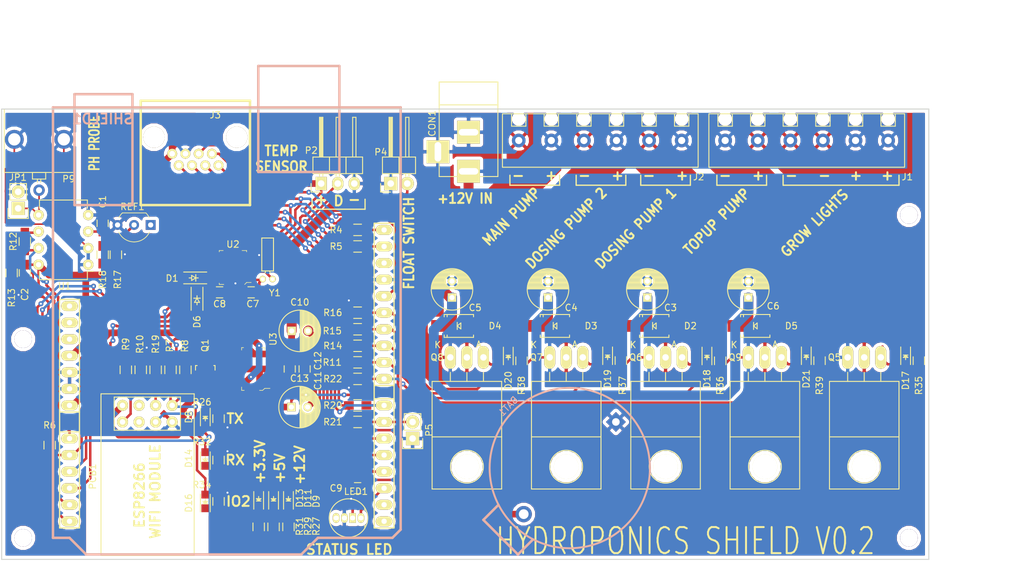
<source format=kicad_pcb>
(kicad_pcb (version 4) (host pcbnew 4.0.2+dfsg1-stable)
  (layers (0 F.Cu signal) (31 B.Cu signal) (34 B.Paste user) (35 F.Paste user) (36 B.SilkS user hide) (37 F.SilkS user) (38 B.Mask user) (39 F.Mask user) (44 Edge.Cuts user))
  (net 0 "")
  (net 1 "Net-(C1-Pad1)")
  (net 2 GND)
  (net 3 +5V)
  (net 4 +12V)
  (net 5 FLOAT_SWITCH_IN)
  (net 6 TEMP_SENSE_IN)
  (net 7 +3V3)
  (net 8 LED_STRIP_OUT)
  (net 9 DOSING_PUMP_1)
  (net 10 "Net-(R12-Pad1)")
  (net 11 PH_VOUT)
  (net 12 DOSING_PUMP_2)
  (net 13 MAIN_PUMP)
  (net 14 AUX_BTTN1_IN)
  (net 15 Vguard)
  (net 16 TOPUP_PUMP)
  (net 17 WIFI_DATA_RECEIVE)
  (net 18 WIFI_DATA_TRANSMIT)
  (net 19 "Net-(D8-Pad1)")
  (net 20 "Net-(D9-Pad1)")
  (net 21 "Net-(D11-Pad1)")
  (net 22 "Net-(D13-Pad1)")
  (net 23 "Net-(D14-Pad1)")
  (net 24 "Net-(D16-Pad2)")
  (net 25 "Net-(D16-Pad1)")
  (net 26 "Net-(D17-Pad1)")
  (net 27 "Net-(D18-Pad1)")
  (net 28 "Net-(D19-Pad1)")
  (net 29 "Net-(D20-Pad1)")
  (net 30 "Net-(D21-Pad1)")
  (net 31 "Net-(PCB1-Pad4)")
  (net 32 "Net-(C10-Pad2)")
  (net 33 RGB_OUT)
  (net 34 SCL)
  (net 35 ENCODER_SW)
  (net 36 ENCODER_A)
  (net 37 ENCODER_B)
  (net 38 SDA)
  (net 39 "Net-(C7-Pad1)")
  (net 40 "Net-(U2-Pad2)")
  (net 41 /D1DRV)
  (net 42 /D2DRV)
  (net 43 /MPDRV)
  (net 44 /TPDRV)
  (net 45 /LEDDRV)
  (net 46 DISPLAY_RESET)
  (net 47 "Net-(JP1-Pad1)")
  (net 48 "Net-(C8-Pad2)")
  (net 49 BATT_BACKUP)
  (net 50 /esptx)
  (net 51 /esprx)
  (module USER_CONNECTORS:RJHSE-5080 (layer F.Cu) (at 50.8 60.96 180)
    (fp_text reference J3 (at -3.056 3.4 180) (layer F.SilkS))
    (fp_text value RJHSE-5080)
    (pad ~ thru_hole circle (at -6.35 0 180) (size 3.2512 3.2512) (drill 3.2512) (layers *.Cu *.Mask F.SilkS))
    (pad ~ thru_hole circle (at 6.35 0 180) (size 3.2512 3.2512) (drill 3.2512) (layers *.Cu *.Mask F.SilkS))
    (pad 7 thru_hole circle (at -2.54 -2.54 180) (size 1.524 1.524) (drill 0.889) (layers *.Cu *.Mask F.SilkS) (net 34 SCL))
    (pad 5 thru_hole circle (at -0.508 -2.54 180) (size 1.524 1.524) (drill 0.889) (layers *.Cu *.Mask F.SilkS) (net 46 DISPLAY_RESET))
    (pad 3 thru_hole circle (at 1.524 -2.54 180) (size 1.524 1.524) (drill 0.889) (layers *.Cu *.Mask F.SilkS Eco1.User) (net 2 GND))
    (pad 1 thru_hole circle (at 3.556 -2.54 180) (size 1.524 1.524) (drill 0.889) (layers *.Cu *.Mask F.SilkS) (net 3 +5V))
    (pad 8 thru_hole circle (at -3.556 -4.318 180) (size 1.524 1.524) (drill 0.889) (layers *.Cu *.Mask F.SilkS) (net 38 SDA))
    (pad 6 thru_hole circle (at -1.524 -4.318 180) (size 1.524 1.524) (drill 0.889) (layers *.Cu *.Mask F.SilkS) (net 35 ENCODER_SW))
    (pad 4 thru_hole circle (at 0.508 -4.318 180) (size 1.524 1.524) (drill 0.889) (layers *.Cu *.Mask F.SilkS) (net 37 ENCODER_B))
    (pad 2 thru_hole circle (at 2.54 -4.318 180) (size 1.524 1.524) (drill 0.889) (layers *.Cu *.Mask F.SilkS) (net 36 ENCODER_A))
  )
  (module ARDUINO_SHIELDS:ARDUINO_SHIELD_R3_WI2C (layer F.Cu) (at 28.956 56.388 270)
    (fp_text reference SHIELD1 (at 1.778 -7.62 540) (layer B.SilkS) (effects (font (thickness 0.3048)) (justify mirror)))
    (fp_text value ARDUINO_SHIELD_R3_WI2C hide)
    (pad AD5 thru_hole oval (at 63.5 -2.54) (size 2.54 1.524) (drill 0.8128) (layers *.Cu *.Mask F.SilkS) (net 34 SCL))
    (pad AD4 thru_hole oval (at 60.96 -2.54) (size 2.54 1.524) (drill 0.8128) (layers *.Cu *.Mask F.SilkS) (net 38 SDA))
    (pad AD3 thru_hole oval (at 58.42 -2.54) (size 2.54 1.524) (drill 0.8128) (layers *.Cu *.Mask F.SilkS) (net 17 WIFI_DATA_RECEIVE))
    (pad AD0 thru_hole oval (at 50.8 -2.54) (size 2.54 1.524) (drill 0.8128) (layers *.Cu *.Mask F.SilkS) (net 11 PH_VOUT))
    (pad AD1 thru_hole oval (at 53.34 -2.54) (size 2.54 1.524) (drill 0.8128) (layers *.Cu *.Mask F.SilkS) (net 6 TEMP_SENSE_IN))
    (pad AD2 thru_hole oval (at 55.88 -2.54) (size 2.54 1.524) (drill 0.8128) (layers *.Cu *.Mask F.SilkS) (net 18 WIFI_DATA_TRANSMIT))
    (pad V_IN thru_hole oval (at 45.72 -2.54) (size 2.54 1.524) (drill 0.8128) (layers *.Cu *.Mask F.SilkS) (net 4 +12V))
    (pad GND2 thru_hole oval (at 43.18 -2.54) (size 2.54 1.524) (drill 0.8128) (layers *.Cu *.Mask F.SilkS) (net 2 GND))
    (pad GND1 thru_hole oval (at 40.64 -2.54) (size 2.54 1.524) (drill 0.8128) (layers *.Cu *.Mask F.SilkS) (net 2 GND))
    (pad 3V3 thru_hole oval (at 35.56 -2.54) (size 2.54 1.524) (drill 0.8128) (layers *.Cu *.Mask F.SilkS))
    (pad RST thru_hole oval (at 33.02 -2.54) (size 2.54 1.524) (drill 0.8128) (layers *.Cu *.Mask F.SilkS))
    (pad 0 thru_hole oval (at 63.5 -50.8) (size 2.54 1.524) (drill 0.8128) (layers *.Cu *.Mask F.SilkS))
    (pad 1 thru_hole oval (at 60.96 -50.8) (size 2.54 1.524) (drill 0.8128) (layers *.Cu *.Mask F.SilkS))
    (pad 2 thru_hole oval (at 58.42 -50.8) (size 2.54 1.524) (drill 0.8128) (layers *.Cu *.Mask F.SilkS) (net 33 RGB_OUT))
    (pad 3 thru_hole oval (at 55.88 -50.8) (size 2.54 1.524) (drill 0.8128) (layers *.Cu *.Mask F.SilkS) (net 36 ENCODER_A))
    (pad 4 thru_hole oval (at 53.34 -50.8) (size 2.54 1.524) (drill 0.8128) (layers *.Cu *.Mask F.SilkS) (net 37 ENCODER_B))
    (pad 5 thru_hole oval (at 50.8 -50.8) (size 2.54 1.524) (drill 0.8128) (layers *.Cu *.Mask F.SilkS) (net 35 ENCODER_SW))
    (pad 6 thru_hole oval (at 48.26 -50.8) (size 2.54 1.524) (drill 0.8128) (layers *.Cu *.Mask F.SilkS) (net 14 AUX_BTTN1_IN))
    (pad 7 thru_hole oval (at 45.72 -50.8) (size 2.54 1.524) (drill 0.8128) (layers *.Cu *.Mask F.SilkS) (net 5 FLOAT_SWITCH_IN))
    (pad 8 thru_hole oval (at 41.656 -50.8) (size 2.54 1.524) (drill 0.8128) (layers *.Cu *.Mask F.SilkS) (net 16 TOPUP_PUMP))
    (pad 9 thru_hole oval (at 39.116 -50.8) (size 2.54 1.524) (drill 0.8128) (layers *.Cu *.Mask F.SilkS) (net 8 LED_STRIP_OUT))
    (pad 10 thru_hole oval (at 36.576 -50.8) (size 2.54 1.524) (drill 0.8128) (layers *.Cu *.Mask F.SilkS) (net 9 DOSING_PUMP_1))
    (pad 11 thru_hole oval (at 34.036 -50.8) (size 2.54 1.524) (drill 0.8128) (layers *.Cu *.Mask F.SilkS) (net 12 DOSING_PUMP_2))
    (pad 12 thru_hole oval (at 31.496 -50.8) (size 2.54 1.524) (drill 0.8128) (layers *.Cu *.Mask F.SilkS) (net 13 MAIN_PUMP))
    (pad 13 thru_hole oval (at 28.956 -50.8) (size 2.54 1.524) (drill 0.8128) (layers *.Cu *.Mask F.SilkS) (net 46 DISPLAY_RESET))
    (pad GND3 thru_hole oval (at 26.416 -50.8) (size 2.54 1.524) (drill 0.8128) (layers *.Cu *.Mask F.SilkS) (net 2 GND))
    (pad AREF thru_hole oval (at 23.876 -50.8) (size 2.54 1.524) (drill 0.8128) (layers *.Cu *.Mask F.SilkS))
    (pad 5V thru_hole oval (at 38.1 -2.54) (size 2.54 1.524) (drill 0.8128) (layers *.Cu *.Mask F.SilkS) (net 3 +5V))
    (pad SDA thru_hole oval (at 21.336 -50.8) (size 2.54 1.524) (drill 0.8128) (layers *.Cu *.Mask F.SilkS) (net 38 SDA))
    (pad SCL thru_hole oval (at 18.796 -50.8) (size 2.54 1.524) (drill 0.8128) (layers *.Cu *.Mask F.SilkS) (net 34 SCL))
    (pad IORE thru_hole oval (at 30.48 -2.54) (size 2.54 1.524) (drill 0.8128) (layers *.Cu *.Mask F.SilkS))
  )
  (module Pin_Headers:Pin_Header_Angled_1x03 (layer F.Cu) (at 70.104 68.072 90)
    (fp_text reference P2 (at 5.08 -1.524 180) (layer F.SilkS))
    (fp_text value 0022053031)
    (pad 1 thru_hole rect (at 0 0 90) (size 2.032 1.7272) (drill 1.016) (layers *.Cu *.Mask F.SilkS) (net 3 +5V))
    (pad 2 thru_hole oval (at 0 2.54 90) (size 2.032 1.7272) (drill 1.016) (layers *.Cu *.Mask F.SilkS) (net 6 TEMP_SENSE_IN))
    (pad 3 thru_hole oval (at 0 5.08 90) (size 2.032 1.7272) (drill 1.016) (layers *.Cu *.Mask F.SilkS) (net 2 GND))
  )
  (module USER_CONNECTORS:0731000105 (layer F.Cu) (at 26.8224 61.2902 180)
    (fp_text reference P9 (at -4.5466 -6.0706 180) (layer F.SilkS))
    (fp_text value 0731000105)
    (pad 1 thru_hole circle (at 0 -7.8 180) (size 1.75 1.75) (drill 0.93) (layers *.Cu *.Mask) (net 47 "Net-(JP1-Pad1)"))
    (pad 2 thru_hole circle (at -3.8 0 180) (size 2.9 2.9) (drill 1.9) (layers *.Cu *.Mask) (net 15 Vguard))
    (pad 3 thru_hole circle (at 3.8 0 180) (size 2.9 2.9) (drill 1.9) (layers *.Cu *.Mask) (net 15 Vguard))
  )
  (module LEDs:LED_0805 (layer F.Cu) (at 52.324 104.14 270)
    (fp_text reference D8 (at -0.254 2.54 450) (layer F.SilkS))
    (fp_text value GN)
    (pad 2 smd rect (at 1.04902 0 90) (size 1.19888 1.19888) (layers F.Cu F.Paste F.Mask) (net 18 WIFI_DATA_TRANSMIT))
    (pad 1 smd rect (at -1.04902 0 90) (size 1.19888 1.19888) (layers F.Cu F.Paste F.Mask) (net 19 "Net-(D8-Pad1)"))
  )
  (module Resistors_SMD:R_0805_HandSoldering (layer F.Cu) (at 54.356 104.14 270)
    (fp_text reference R26 (at -2.54 2.54 360) (layer F.SilkS))
    (fp_text value 500)
    (pad 1 smd rect (at -1.35 0 270) (size 1.5 1.3) (layers F.Cu F.Paste F.Mask) (net 19 "Net-(D8-Pad1)"))
    (pad 2 smd rect (at 1.35 0 270) (size 1.5 1.3) (layers F.Cu F.Paste F.Mask) (net 2 GND))
  )
  (module LEDs:LED_0805 (layer F.Cu) (at 52.324 110.32998 90)
    (fp_text reference D14 (at 0.09398 -2.54 270) (layer F.SilkS))
    (fp_text value GN)
    (pad 2 smd rect (at 1.04902 0 270) (size 1.19888 1.19888) (layers F.Cu F.Paste F.Mask) (net 50 /esptx))
    (pad 1 smd rect (at -1.04902 0 270) (size 1.19888 1.19888) (layers F.Cu F.Paste F.Mask) (net 23 "Net-(D14-Pad1)"))
  )
  (module Resistors_SMD:R_0805_HandSoldering (layer F.Cu) (at 54.356 110.49 90)
    (fp_text reference R32 (at 2.794 -2.54 180) (layer F.SilkS))
    (fp_text value 200)
    (pad 1 smd rect (at -1.35 0 90) (size 1.5 1.3) (layers F.Cu F.Paste F.Mask) (net 23 "Net-(D14-Pad1)"))
    (pad 2 smd rect (at 1.35 0 90) (size 1.5 1.3) (layers F.Cu F.Paste F.Mask) (net 2 GND))
  )
  (module USER_MODULES:ESP8266 (layer F.Cu) (at 43.434 103.378 270)
    (fp_text reference PCB1 (at 9.652 8.382 450) (layer F.SilkS))
    (fp_text value ESP8266)
    (pad 1 thru_hole circle (at 1.27 -3.81 270) (size 1.7 1.7) (drill 0.85) (layers *.Cu *.Mask F.SilkS) (net 2 GND))
    (pad 2 thru_hole circle (at -1.27 -3.81 270) (size 1.7 1.7) (drill 0.85) (layers *.Cu *.Mask F.SilkS) (net 50 /esptx))
    (pad 3 thru_hole circle (at 1.27 -1.27 270) (size 1.7 1.7) (drill 0.85) (layers *.Cu *.Mask F.SilkS) (net 24 "Net-(D16-Pad2)"))
    (pad 4 thru_hole circle (at -1.27 -1.27 270) (size 1.7 1.7) (drill 0.85) (layers *.Cu *.Mask F.SilkS) (net 31 "Net-(PCB1-Pad4)"))
    (pad 5 thru_hole circle (at 1.27 1.27 270) (size 1.7 1.7) (drill 0.85) (layers *.Cu *.Mask F.SilkS))
    (pad 6 thru_hole circle (at -1.27 1.27 270) (size 1.7 1.7) (drill 0.85) (layers *.Cu *.Mask F.SilkS))
    (pad 7 thru_hole circle (at 1.27 3.81 270) (size 1.7 1.7) (drill 0.85) (layers *.Cu *.Mask F.SilkS) (net 51 /esprx))
    (pad 8 thru_hole circle (at -1.27 3.81 270) (size 1.7 1.7) (drill 0.85) (layers *.Cu *.Mask F.SilkS) (net 7 +3V3))
  )
  (module TO_SOT_Packages_THT:TO-92_Inline_Wide (layer F.Cu) (at 43.942 74.422 180)
    (fp_text reference REF1 (at 2.794 2.794 180) (layer F.SilkS))
    (fp_text value LT1004CZ-2.5)
    (pad 2 thru_hole circle (at 2.54 0 270) (size 1.52 1.52) (drill 0.8) (layers *.Cu *.Mask) (net 1 "Net-(C1-Pad1)"))
    (pad 3 thru_hole circle (at 5.08 0 270) (size 1.52 1.52) (drill 0.8) (layers *.Cu *.Mask) (net 2 GND))
    (pad 1 thru_hole rect (at 0 0 270) (size 1.52 1.52) (drill 0.8) (layers *.Cu *.Mask))
  )
  (module Capacitors_SMD:C_0805_HandSoldering (layer F.Cu) (at 36.576 74.168 90)
    (fp_text reference C1 (at 3.302 0 90) (layer F.SilkS))
    (fp_text value 0.1uF)
    (pad 1 smd rect (at -1.25 0 90) (size 1.5 1.25) (layers F.Cu F.Paste F.Mask) (net 1 "Net-(C1-Pad1)"))
    (pad 2 smd rect (at 1.25 0 90) (size 1.5 1.25) (layers F.Cu F.Paste F.Mask) (net 2 GND))
  )
  (module Resistors_SMD:R_0805_HandSoldering (layer F.Cu) (at 36.576 78.994 270)
    (fp_text reference R18 (at 3.81 0 270) (layer F.SilkS))
    (fp_text value "10.0k 0.1%")
    (pad 1 smd rect (at -1.35 0 270) (size 1.5 1.3) (layers F.Cu F.Paste F.Mask) (net 1 "Net-(C1-Pad1)"))
    (pad 2 smd rect (at 1.35 0 270) (size 1.5 1.3) (layers F.Cu F.Paste F.Mask) (net 2 GND))
  )
  (module Resistors_SMD:R_0805_HandSoldering (layer F.Cu) (at 38.608 78.994 90)
    (fp_text reference R17 (at -3.81 0.254 90) (layer F.SilkS))
    (fp_text value "10.0k 0.1%")
    (pad 1 smd rect (at -1.35 0 90) (size 1.5 1.3) (layers F.Cu F.Paste F.Mask) (net 3 +5V))
    (pad 2 smd rect (at 1.35 0 90) (size 1.5 1.3) (layers F.Cu F.Paste F.Mask) (net 1 "Net-(C1-Pad1)"))
  )
  (module Housings_DIP:DIP-8_W7.62mm (layer F.Cu) (at 34.3662 80.518 180)
    (fp_text reference U1 (at 3.6322 -3.302 180) (layer F.SilkS))
    (fp_text value LMC6482IN)
    (pad 1 thru_hole oval (at 0 0 180) (size 1.6 1.6) (drill 0.8) (layers *.Cu *.Mask F.SilkS) (net 15 Vguard))
    (pad 2 thru_hole oval (at 0 2.54 180) (size 1.6 1.6) (drill 0.8) (layers *.Cu *.Mask F.SilkS) (net 15 Vguard))
    (pad 3 thru_hole oval (at 0 5.08 180) (size 1.6 1.6) (drill 0.8) (layers *.Cu *.Mask F.SilkS) (net 1 "Net-(C1-Pad1)"))
    (pad 4 thru_hole oval (at 0 7.62 180) (size 1.6 1.6) (drill 0.8) (layers *.Cu *.Mask F.SilkS) (net 2 GND))
    (pad 5 thru_hole oval (at 7.62 7.62 180) (size 1.6 1.6) (drill 0.8) (layers *.Cu *.Mask F.SilkS) (net 47 "Net-(JP1-Pad1)"))
    (pad 6 thru_hole oval (at 7.62 5.08 180) (size 1.6 1.6) (drill 0.8) (layers *.Cu *.Mask F.SilkS) (net 10 "Net-(R12-Pad1)"))
    (pad 7 thru_hole oval (at 7.62 2.54 180) (size 1.6 1.6) (drill 0.8) (layers *.Cu *.Mask F.SilkS) (net 11 PH_VOUT))
    (pad 8 thru_hole oval (at 7.62 0 180) (size 1.6 1.6) (drill 0.8) (layers *.Cu *.Mask F.SilkS) (net 3 +5V))
  )
  (module Connect:BARREL_JACK (layer F.Cu) (at 92.71 59.99734 270)
    (fp_text reference CON1 (at -1.16586 5.588 450) (layer F.SilkS))
    (fp_text value PJ-202A)
    (pad 1 thru_hole rect (at 6.20014 0 270) (size 3.50012 3.50012) (drill oval 1.00076 2.99974) (layers *.Cu *.Mask F.SilkS) (net 4 +12V))
    (pad 2 thru_hole rect (at 0.20066 0 270) (size 3.50012 3.50012) (drill oval 1.00076 2.99974) (layers *.Cu *.Mask F.SilkS) (net 2 GND))
    (pad 3 thru_hole rect (at 3.2004 4.699 270) (size 3.50012 3.50012) (drill oval 2.99974 1.00076) (layers *.Cu *.Mask F.SilkS) (net 2 GND))
  )
  (module USER_CONNECTORS:282836-6 (layer F.Cu) (at 154.58 61.468 180)
    (fp_text reference J1 (at -5.44 -5.588 180) (layer F.SilkS))
    (fp_text value 282836-6)
    (pad 1 thru_hole circle (at -2.5 0 180) (size 2.1 2.1) (drill 1.1) (layers *.Cu *.Mask) (net 4 +12V))
    (pad 2 thru_hole circle (at 2.5 0 180) (size 2.1 2.1) (drill 1.1) (layers *.Cu *.Mask) (net 4 +12V))
    (pad "" np_thru_hole circle (at -2.5 3.3 180) (size 1.1 1.1) (drill 1.1) (layers *.Cu *.Mask))
    (pad "" np_thru_hole circle (at 2.5 3.3 180) (size 1.1 1.1) (drill 1.1) (layers *.Cu *.Mask))
    (pad 3 thru_hole circle (at 7.5 0 180) (size 2.1 2.1) (drill 1.1) (layers *.Cu *.Mask) (net 45 /LEDDRV))
    (pad 4 thru_hole circle (at 12.5 0 180) (size 2.1 2.1) (drill 1.1) (layers *.Cu *.Mask) (net 45 /LEDDRV))
    (pad 5 thru_hole circle (at 17.5 0 180) (size 2.1 2.1) (drill 1.1) (layers *.Cu *.Mask) (net 44 /TPDRV))
    (pad 6 thru_hole circle (at 22.5 0 180) (size 2.1 2.1) (drill 1.1) (layers *.Cu *.Mask) (net 4 +12V))
    (pad "" np_thru_hole circle (at 7.5 3.3 180) (size 1.1 1.1) (drill 1.1) (layers *.Cu *.Mask))
    (pad "" np_thru_hole circle (at 12.5 3.3 180) (size 1.1 1.1) (drill 1.1) (layers *.Cu *.Mask))
    (pad "" np_thru_hole circle (at 17.5 3.3 180) (size 1.1 1.1) (drill 1.1) (layers *.Cu *.Mask))
    (pad "" np_thru_hole circle (at 22.5 3.3 180) (size 1.1 1.1) (drill 1.1) (layers *.Cu *.Mask))
  )
  (module USER_CONNECTORS:282836-6 (layer F.Cu) (at 122.91 61.468 180)
    (fp_text reference J2 (at -5.106 -5.588 180) (layer F.SilkS))
    (fp_text value 282836-6)
    (pad 1 thru_hole circle (at -2.5 0 180) (size 2.1 2.1) (drill 1.1) (layers *.Cu *.Mask) (net 4 +12V))
    (pad 2 thru_hole circle (at 2.5 0 180) (size 2.1 2.1) (drill 1.1) (layers *.Cu *.Mask) (net 41 /D1DRV))
    (pad "" np_thru_hole circle (at -2.5 3.3 180) (size 1.1 1.1) (drill 1.1) (layers *.Cu *.Mask))
    (pad "" np_thru_hole circle (at 2.5 3.3 180) (size 1.1 1.1) (drill 1.1) (layers *.Cu *.Mask))
    (pad 3 thru_hole circle (at 7.5 0 180) (size 2.1 2.1) (drill 1.1) (layers *.Cu *.Mask) (net 4 +12V))
    (pad 4 thru_hole circle (at 12.5 0 180) (size 2.1 2.1) (drill 1.1) (layers *.Cu *.Mask) (net 42 /D2DRV))
    (pad 5 thru_hole circle (at 17.5 0 180) (size 2.1 2.1) (drill 1.1) (layers *.Cu *.Mask) (net 4 +12V))
    (pad 6 thru_hole circle (at 22.5 0 180) (size 2.1 2.1) (drill 1.1) (layers *.Cu *.Mask) (net 43 /MPDRV))
    (pad "" np_thru_hole circle (at 7.5 3.3 180) (size 1.1 1.1) (drill 1.1) (layers *.Cu *.Mask))
    (pad "" np_thru_hole circle (at 12.5 3.3 180) (size 1.1 1.1) (drill 1.1) (layers *.Cu *.Mask))
    (pad "" np_thru_hole circle (at 17.5 3.3 180) (size 1.1 1.1) (drill 1.1) (layers *.Cu *.Mask))
    (pad "" np_thru_hole circle (at 22.5 3.3 180) (size 1.1 1.1) (drill 1.1) (layers *.Cu *.Mask))
  )
  (module Capacitors_ThroughHole:C_Radial_D6.3_L11.2_P2.5 (layer F.Cu) (at 120.142 85.558 90)
    (fp_text reference C3 (at -1.564 3.556 180) (layer F.SilkS))
    (fp_text value 5ZLH100MEFC6.3X11)
    (pad 2 thru_hole circle (at 2.5 0 90) (size 1.3 1.3) (drill 0.8) (layers *.Cu *.Mask F.SilkS) (net 2 GND))
    (pad 1 thru_hole rect (at 0 0 90) (size 1.3 1.3) (drill 0.8) (layers *.Cu *.Mask F.SilkS) (net 4 +12V))
  )
  (module Capacitors_ThroughHole:C_Radial_D6.3_L11.2_P2.5 (layer F.Cu) (at 104.902 85.558 90)
    (fp_text reference C4 (at -1.564 3.556 180) (layer F.SilkS))
    (fp_text value 5ZLH100MEFC6.3X11)
    (pad 2 thru_hole circle (at 2.5 0 90) (size 1.3 1.3) (drill 0.8) (layers *.Cu *.Mask F.SilkS) (net 2 GND))
    (pad 1 thru_hole rect (at 0 0 90) (size 1.3 1.3) (drill 0.8) (layers *.Cu *.Mask F.SilkS) (net 4 +12V))
  )
  (module Capacitors_ThroughHole:C_Radial_D6.3_L11.2_P2.5 (layer F.Cu) (at 90.17 85.558 90)
    (fp_text reference C5 (at -1.564 3.556 180) (layer F.SilkS))
    (fp_text value 5ZLH100MEFC6.3X11)
    (pad 2 thru_hole circle (at 2.5 0 90) (size 1.3 1.3) (drill 0.8) (layers *.Cu *.Mask F.SilkS) (net 2 GND))
    (pad 1 thru_hole rect (at 0 0 90) (size 1.3 1.3) (drill 0.8) (layers *.Cu *.Mask F.SilkS) (net 4 +12V))
  )
  (module TO_SOT_Packages_THT:TO-220_Neutral123_Horizontal_LargePads (layer F.Cu) (at 153.416 94.742 180)
    (fp_text reference Q5 (at 4.572 0 360) (layer F.SilkS))
    (fp_text value PSMN022-30PL,127)
    (pad 2 thru_hole oval (at 0 0 270) (size 3.50012 1.69926) (drill 1.00076) (layers *.Cu *.Mask F.SilkS) (net 45 /LEDDRV))
    (pad 1 thru_hole oval (at -2.54 0 270) (size 3.50012 1.69926) (drill 1.00076) (layers *.Cu *.Mask F.SilkS) (net 8 LED_STRIP_OUT))
    (pad 3 thru_hole oval (at 2.54 0 270) (size 3.50012 1.69926) (drill 1.00076) (layers *.Cu *.Mask F.SilkS) (net 2 GND))
    (pad "" np_thru_hole circle (at 0 -16.764 270) (size 3.79984 3.79984) (drill 3.79984) (layers *.Cu *.Mask F.SilkS))
  )
  (module TO_SOT_Packages_THT:TO-220_Neutral123_Horizontal_LargePads (layer F.Cu) (at 122.936 94.742 180)
    (fp_text reference Q6 (at 4.572 0 180) (layer F.SilkS))
    (fp_text value PSMN022-30PL,127)
    (pad 2 thru_hole oval (at 0 0 270) (size 3.50012 1.69926) (drill 1.00076) (layers *.Cu *.Mask F.SilkS) (net 41 /D1DRV))
    (pad 1 thru_hole oval (at -2.54 0 270) (size 3.50012 1.69926) (drill 1.00076) (layers *.Cu *.Mask F.SilkS) (net 9 DOSING_PUMP_1))
    (pad 3 thru_hole oval (at 2.54 0 270) (size 3.50012 1.69926) (drill 1.00076) (layers *.Cu *.Mask F.SilkS) (net 2 GND))
    (pad "" np_thru_hole circle (at 0 -16.764 270) (size 3.79984 3.79984) (drill 3.79984) (layers *.Cu *.Mask F.SilkS))
  )
  (module TO_SOT_Packages_THT:TO-220_Neutral123_Horizontal_LargePads (layer F.Cu) (at 107.696 94.742 180)
    (fp_text reference Q7 (at 4.572 0 180) (layer F.SilkS))
    (fp_text value PSMN022-30PL,127)
    (pad 2 thru_hole oval (at 0 0 270) (size 3.50012 1.69926) (drill 1.00076) (layers *.Cu *.Mask F.SilkS) (net 42 /D2DRV))
    (pad 1 thru_hole oval (at -2.54 0 270) (size 3.50012 1.69926) (drill 1.00076) (layers *.Cu *.Mask F.SilkS) (net 12 DOSING_PUMP_2))
    (pad 3 thru_hole oval (at 2.54 0 270) (size 3.50012 1.69926) (drill 1.00076) (layers *.Cu *.Mask F.SilkS) (net 2 GND))
    (pad "" np_thru_hole circle (at 0 -16.764 270) (size 3.79984 3.79984) (drill 3.79984) (layers *.Cu *.Mask F.SilkS))
  )
  (module TO_SOT_Packages_THT:TO-220_Neutral123_Horizontal_LargePads (layer F.Cu) (at 92.456 94.742 180)
    (fp_text reference Q8 (at 4.572 0 180) (layer F.SilkS))
    (fp_text value PSMN022-30PL,127)
    (pad 2 thru_hole oval (at 0 0 270) (size 3.50012 1.69926) (drill 1.00076) (layers *.Cu *.Mask F.SilkS) (net 43 /MPDRV))
    (pad 1 thru_hole oval (at -2.54 0 270) (size 3.50012 1.69926) (drill 1.00076) (layers *.Cu *.Mask F.SilkS) (net 13 MAIN_PUMP))
    (pad 3 thru_hole oval (at 2.54 0 270) (size 3.50012 1.69926) (drill 1.00076) (layers *.Cu *.Mask F.SilkS) (net 2 GND))
    (pad "" np_thru_hole circle (at 0 -16.764 270) (size 3.79984 3.79984) (drill 3.79984) (layers *.Cu *.Mask F.SilkS))
  )
  (module Capacitors_ThroughHole:C_Radial_D6.3_L11.2_P2.5 (layer F.Cu) (at 135.636 85.558 90)
    (fp_text reference C6 (at -1.31 3.81 180) (layer F.SilkS))
    (fp_text value 5ZLH100MEFC6.3X11)
    (pad 2 thru_hole circle (at 2.5 0 90) (size 1.3 1.3) (drill 0.8) (layers *.Cu *.Mask F.SilkS) (net 2 GND))
    (pad 1 thru_hole rect (at 0 0 90) (size 1.3 1.3) (drill 0.8) (layers *.Cu *.Mask F.SilkS) (net 4 +12V))
  )
  (module TO_SOT_Packages_THT:TO-220_Neutral123_Horizontal_LargePads (layer F.Cu) (at 138.176 94.742 180)
    (fp_text reference Q9 (at 4.572 0 180) (layer F.SilkS))
    (fp_text value PSMN022-30PL,127)
    (pad 2 thru_hole oval (at 0 0 270) (size 3.50012 1.69926) (drill 1.00076) (layers *.Cu *.Mask F.SilkS) (net 44 /TPDRV))
    (pad 1 thru_hole oval (at -2.54 0 270) (size 3.50012 1.69926) (drill 1.00076) (layers *.Cu *.Mask F.SilkS) (net 16 TOPUP_PUMP))
    (pad 3 thru_hole oval (at 2.54 0 270) (size 3.50012 1.69926) (drill 1.00076) (layers *.Cu *.Mask F.SilkS) (net 2 GND))
    (pad "" np_thru_hole circle (at 0 -16.764 270) (size 3.79984 3.79984) (drill 3.79984) (layers *.Cu *.Mask F.SilkS))
  )
  (module LEDs:LED_0805 (layer F.Cu) (at 65.082618 116.425456 90)
    (fp_text reference D9 (at -0.414544 4.259382 270) (layer F.SilkS))
    (fp_text value GN)
    (pad 2 smd rect (at 1.04902 0 270) (size 1.19888 1.19888) (layers F.Cu F.Paste F.Mask) (net 4 +12V))
    (pad 1 smd rect (at -1.04902 0 270) (size 1.19888 1.19888) (layers F.Cu F.Paste F.Mask) (net 20 "Net-(D9-Pad1)"))
  )
  (module LEDs:LED_0805 (layer F.Cu) (at 62.796618 116.425456 90)
    (fp_text reference D11 (at 0.093456 5.275382 90) (layer F.SilkS))
    (fp_text value GN)
    (pad 2 smd rect (at 1.04902 0 270) (size 1.19888 1.19888) (layers F.Cu F.Paste F.Mask) (net 3 +5V))
    (pad 1 smd rect (at -1.04902 0 270) (size 1.19888 1.19888) (layers F.Cu F.Paste F.Mask) (net 21 "Net-(D11-Pad1)"))
  )
  (module LEDs:LED_0805 (layer F.Cu) (at 60.510618 116.425456 90)
    (fp_text reference D13 (at 0.093456 6.291382 90) (layer F.SilkS))
    (fp_text value GN)
    (pad 2 smd rect (at 1.04902 0 270) (size 1.19888 1.19888) (layers F.Cu F.Paste F.Mask) (net 7 +3V3))
    (pad 1 smd rect (at -1.04902 0 270) (size 1.19888 1.19888) (layers F.Cu F.Paste F.Mask) (net 22 "Net-(D13-Pad1)"))
  )
  (module LEDs:LED_0805 (layer F.Cu) (at 52.324 116.84 90)
    (fp_text reference D16 (at -0.254 -2.54 270) (layer F.SilkS))
    (fp_text value GN)
    (pad 2 smd rect (at 1.04902 0 270) (size 1.19888 1.19888) (layers F.Cu F.Paste F.Mask) (net 24 "Net-(D16-Pad2)"))
    (pad 1 smd rect (at -1.04902 0 270) (size 1.19888 1.19888) (layers F.Cu F.Paste F.Mask) (net 25 "Net-(D16-Pad1)"))
  )
  (module LEDs:LED_0805 (layer F.Cu) (at 159.766 94.742 270)
    (fp_text reference D17 (at 3.556 0 270) (layer F.SilkS))
    (fp_text value GN)
    (pad 2 smd rect (at 1.04902 0 90) (size 1.19888 1.19888) (layers F.Cu F.Paste F.Mask) (net 8 LED_STRIP_OUT))
    (pad 1 smd rect (at -1.04902 0 90) (size 1.19888 1.19888) (layers F.Cu F.Paste F.Mask) (net 26 "Net-(D17-Pad1)"))
  )
  (module LEDs:LED_0805 (layer F.Cu) (at 129.286 94.77502 270)
    (fp_text reference D18 (at 3.26898 0 270) (layer F.SilkS))
    (fp_text value GN)
    (pad 2 smd rect (at 1.04902 0 90) (size 1.19888 1.19888) (layers F.Cu F.Paste F.Mask) (net 9 DOSING_PUMP_1))
    (pad 1 smd rect (at -1.04902 0 90) (size 1.19888 1.19888) (layers F.Cu F.Paste F.Mask) (net 27 "Net-(D18-Pad1)"))
  )
  (module LEDs:LED_0805 (layer F.Cu) (at 114.046 94.742 270)
    (fp_text reference D19 (at 3.302 0 270) (layer F.SilkS))
    (fp_text value GN)
    (pad 2 smd rect (at 1.04902 0 90) (size 1.19888 1.19888) (layers F.Cu F.Paste F.Mask) (net 12 DOSING_PUMP_2))
    (pad 1 smd rect (at -1.04902 0 90) (size 1.19888 1.19888) (layers F.Cu F.Paste F.Mask) (net 28 "Net-(D19-Pad1)"))
  )
  (module LEDs:LED_0805 (layer F.Cu) (at 98.806 94.77502 270)
    (fp_text reference D20 (at 3.52298 0 270) (layer F.SilkS))
    (fp_text value GN)
    (pad 2 smd rect (at 1.04902 0 90) (size 1.19888 1.19888) (layers F.Cu F.Paste F.Mask) (net 13 MAIN_PUMP))
    (pad 1 smd rect (at -1.04902 0 90) (size 1.19888 1.19888) (layers F.Cu F.Paste F.Mask) (net 29 "Net-(D20-Pad1)"))
  )
  (module LEDs:LED_0805 (layer F.Cu) (at 144.526 94.742 270)
    (fp_text reference D21 (at 3.302 0 270) (layer F.SilkS))
    (fp_text value GN)
    (pad 2 smd rect (at 1.04902 0 90) (size 1.19888 1.19888) (layers F.Cu F.Paste F.Mask) (net 16 TOPUP_PUMP))
    (pad 1 smd rect (at -1.04902 0 90) (size 1.19888 1.19888) (layers F.Cu F.Paste F.Mask) (net 30 "Net-(D21-Pad1)"))
  )
  (module Resistors_SMD:R_0805_HandSoldering (layer F.Cu) (at 65.082618 120.743456 270)
    (fp_text reference R27 (at -0.093456 -4.259382 270) (layer F.SilkS))
    (fp_text value 1.0k)
    (pad 1 smd rect (at -1.35 0 270) (size 1.5 1.3) (layers F.Cu F.Paste F.Mask) (net 20 "Net-(D9-Pad1)"))
    (pad 2 smd rect (at 1.35 0 270) (size 1.5 1.3) (layers F.Cu F.Paste F.Mask) (net 2 GND))
  )
  (module Resistors_SMD:R_0805_HandSoldering (layer F.Cu) (at 62.796618 120.743456 270)
    (fp_text reference R29 (at -0.093456 -5.275382 270) (layer F.SilkS))
    (fp_text value 500)
    (pad 1 smd rect (at -1.35 0 270) (size 1.5 1.3) (layers F.Cu F.Paste F.Mask) (net 21 "Net-(D11-Pad1)"))
    (pad 2 smd rect (at 1.35 0 270) (size 1.5 1.3) (layers F.Cu F.Paste F.Mask) (net 2 GND))
  )
  (module Resistors_SMD:R_0805_HandSoldering (layer F.Cu) (at 60.510618 120.743456 270)
    (fp_text reference R31 (at -0.093456 -6.291382 270) (layer F.SilkS))
    (fp_text value 200)
    (pad 1 smd rect (at -1.35 0 270) (size 1.5 1.3) (layers F.Cu F.Paste F.Mask) (net 22 "Net-(D13-Pad1)"))
    (pad 2 smd rect (at 1.35 0 270) (size 1.5 1.3) (layers F.Cu F.Paste F.Mask) (net 2 GND))
  )
  (module Resistors_SMD:R_0805_HandSoldering (layer F.Cu) (at 54.356 116.84 90)
    (fp_text reference R34 (at 2.54 -2.54 180) (layer F.SilkS))
    (fp_text value 200)
    (pad 1 smd rect (at -1.35 0 90) (size 1.5 1.3) (layers F.Cu F.Paste F.Mask) (net 25 "Net-(D16-Pad1)"))
    (pad 2 smd rect (at 1.35 0 90) (size 1.5 1.3) (layers F.Cu F.Paste F.Mask) (net 2 GND))
  )
  (module Resistors_SMD:R_0805_HandSoldering (layer F.Cu) (at 161.798 95.25 270)
    (fp_text reference R35 (at 3.81 0 270) (layer F.SilkS))
    (fp_text value 500)
    (pad 1 smd rect (at -1.35 0 270) (size 1.5 1.3) (layers F.Cu F.Paste F.Mask) (net 26 "Net-(D17-Pad1)"))
    (pad 2 smd rect (at 1.35 0 270) (size 1.5 1.3) (layers F.Cu F.Paste F.Mask) (net 2 GND))
  )
  (module Resistors_SMD:R_0805_HandSoldering (layer F.Cu) (at 131.318 95.2665 270)
    (fp_text reference R36 (at 3.7935 0 270) (layer F.SilkS))
    (fp_text value 500)
    (pad 1 smd rect (at -1.35 0 270) (size 1.5 1.3) (layers F.Cu F.Paste F.Mask) (net 27 "Net-(D18-Pad1)"))
    (pad 2 smd rect (at 1.35 0 270) (size 1.5 1.3) (layers F.Cu F.Paste F.Mask) (net 2 GND))
  )
  (module Resistors_SMD:R_0805_HandSoldering (layer F.Cu) (at 116.078 95.2284 270)
    (fp_text reference R37 (at 3.8316 -0.254 270) (layer F.SilkS))
    (fp_text value 500)
    (pad 1 smd rect (at -1.35 0 270) (size 1.5 1.3) (layers F.Cu F.Paste F.Mask) (net 28 "Net-(D19-Pad1)"))
    (pad 2 smd rect (at 1.35 0 270) (size 1.5 1.3) (layers F.Cu F.Paste F.Mask) (net 2 GND))
  )
  (module Resistors_SMD:R_0805_HandSoldering (layer F.Cu) (at 100.838 95.2665 270)
    (fp_text reference R38 (at 3.7935 0 270) (layer F.SilkS))
    (fp_text value 500)
    (pad 1 smd rect (at -1.35 0 270) (size 1.5 1.3) (layers F.Cu F.Paste F.Mask) (net 29 "Net-(D20-Pad1)"))
    (pad 2 smd rect (at 1.35 0 270) (size 1.5 1.3) (layers F.Cu F.Paste F.Mask) (net 2 GND))
  )
  (module Resistors_SMD:R_0805_HandSoldering (layer F.Cu) (at 146.558 95.25 270)
    (fp_text reference R39 (at 3.81 0 270) (layer F.SilkS))
    (fp_text value 500)
    (pad 1 smd rect (at -1.35 0 270) (size 1.5 1.3) (layers F.Cu F.Paste F.Mask) (net 30 "Net-(D21-Pad1)"))
    (pad 2 smd rect (at 1.35 0 270) (size 1.5 1.3) (layers F.Cu F.Paste F.Mask) (net 2 GND))
  )
  (module Capacitors_ThroughHole:C_Radial_D6.3_L11.2_P2.5 (layer F.Cu) (at 65.572 90.678)
    (fp_text reference C10 (at 1.25 -4.4) (layer F.SilkS))
    (fp_text value 5ZLH100MEFC6.3X11)
    (pad 2 thru_hole circle (at 2.5 0) (size 1.3 1.3) (drill 0.8) (layers *.Cu *.Mask F.SilkS) (net 32 "Net-(C10-Pad2)"))
    (pad 1 thru_hole rect (at 0 0) (size 1.3 1.3) (drill 0.8) (layers *.Cu *.Mask F.SilkS) (net 4 +12V))
  )
  (module Capacitors_ThroughHole:C_Radial_D6.3_L11.2_P2.5 (layer F.Cu) (at 65.532 102.362)
    (fp_text reference C13 (at 1.25 -4.4) (layer F.SilkS))
    (fp_text value 5ZLH100MEFC6.3X11)
    (pad 2 thru_hole circle (at 2.5 0) (size 1.3 1.3) (drill 0.8) (layers *.Cu *.Mask F.SilkS) (net 32 "Net-(C10-Pad2)"))
    (pad 1 thru_hole rect (at 0 0) (size 1.3 1.3) (drill 0.8) (layers *.Cu *.Mask F.SilkS) (net 7 +3V3))
  )
  (module digikey-footprints:SOT-223 (layer F.Cu) (at 59.67284 96.52 90)
    (fp_text reference U3 (at 4.572 3.06516 90) (layer F.SilkS))
    (fp_text value AZ1117CH-3_3TRG1)
    (pad 3 smd rect (at 2.3 3.1 90) (size 1.2 2.2) (layers F.Cu F.Paste F.Mask) (net 4 +12V))
    (pad 2 smd rect (at 0 3.1 90) (size 1.2 2.2) (layers F.Cu F.Paste F.Mask) (net 7 +3V3))
    (pad 1 smd rect (at -2.3 3.1 90) (size 1.2 2.2) (layers F.Cu F.Paste F.Mask) (net 32 "Net-(C10-Pad2)"))
    (pad 4 smd rect (at 0 -3.1 90) (size 3.5 2.2) (layers F.Cu F.Paste F.Mask) (net 7 +3V3))
  )
  (module Crystals:Crystal_Round_Horizontal_2mm (layer F.Cu) (at 61.8871 82.7278)
    (fp_text reference Y1 (at 1.1049 2.1082) (layer F.SilkS))
    (fp_text value CFS-20632768DZFB)
    (pad 1 thru_hole circle (at -0.7493 0) (size 1.00076 1.00076) (drill 0.59944) (layers *.Cu *.Mask F.SilkS) (net 39 "Net-(C7-Pad1)"))
    (pad 2 thru_hole circle (at 0.7493 0) (size 1.00076 1.00076) (drill 0.59944) (layers *.Cu *.Mask F.SilkS) (net 40 "Net-(U2-Pad2)"))
  )
  (module USER_LEDS:LED-RGB-5MM_Common_Cathode (layer F.Cu) (at 76.2 119.38 270)
    (fp_text reference LED1 (at -4.064 0.762 540) (layer F.SilkS))
    (fp_text value "COM-12999(WS2812)")
    (pad 1 thru_hole oval (at 0 0 270) (size 1.5 1) (drill 0.762) (layers *.Cu *.Mask F.SilkS) (net 33 RGB_OUT))
    (pad 2 thru_hole rect (at 0 1.27 270) (size 1.5 1) (drill 0.762) (layers *.Cu *.Mask F.SilkS) (net 3 +5V))
    (pad 3 thru_hole oval (at 0 2.54 270) (size 1.5 1) (drill 0.762) (layers *.Cu *.Mask F.SilkS) (net 2 GND))
    (pad 4 thru_hole oval (at 0 3.81 270) (size 1.5 1) (drill 0.762) (layers *.Cu *.Mask F.SilkS))
  )
  (module Capacitors_SMD:C_0805_HandSoldering (layer F.Cu) (at 59.3598 84.7598 180)
    (fp_text reference C7 (at -0.254 -1.778 180) (layer F.SilkS))
    (fp_text value "12.5pF NP0")
    (pad 1 smd rect (at -1.25 0 180) (size 1.5 1.25) (layers F.Cu F.Paste F.Mask) (net 39 "Net-(C7-Pad1)"))
    (pad 2 smd rect (at 1.25 0 180) (size 1.5 1.25) (layers F.Cu F.Paste F.Mask) (net 2 GND))
  )
  (module digikey-footprints:8-SOIC (layer F.Cu) (at 56.5658 80.9498 180)
    (fp_text reference U2 (at 0 3.556 180) (layer F.SilkS))
    (fp_text value PCF8563)
    (pad 3 smd rect (at -2.465 0.635 180) (size 1.6 0.7) (layers F.Cu F.Paste F.Mask))
    (pad 2 smd rect (at -2.465 -0.635 180) (size 1.6 0.7) (layers F.Cu F.Paste F.Mask) (net 40 "Net-(U2-Pad2)"))
    (pad 4 smd rect (at -2.465 1.905 180) (size 1.6 0.7) (layers F.Cu F.Paste F.Mask) (net 2 GND))
    (pad 1 smd rect (at -2.465 -1.905 180) (size 1.6 0.7) (layers F.Cu F.Paste F.Mask) (net 39 "Net-(C7-Pad1)"))
    (pad 5 smd rect (at 2.465 1.905 180) (size 1.6 0.7) (layers F.Cu F.Paste F.Mask) (net 38 SDA))
    (pad 6 smd rect (at 2.465 0.635 180) (size 1.6 0.7) (layers F.Cu F.Paste F.Mask) (net 34 SCL))
    (pad 7 smd rect (at 2.465 -0.635 180) (size 1.6 0.7) (layers F.Cu F.Paste F.Mask))
    (pad 8 smd rect (at 2.465 -1.905 180) (size 1.6 0.7) (layers F.Cu F.Paste F.Mask) (net 48 "Net-(C8-Pad2)"))
  )
  (module Capacitors_SMD:C_0805_HandSoldering (layer F.Cu) (at 24.638 81.768 270)
    (fp_text reference C2 (at 3.322 0 450) (layer F.SilkS))
    (fp_text value 0.1uF)
    (pad 1 smd rect (at -1.25 0 270) (size 1.5 1.25) (layers F.Cu F.Paste F.Mask) (net 3 +5V))
    (pad 2 smd rect (at 1.25 0 270) (size 1.5 1.25) (layers F.Cu F.Paste F.Mask) (net 2 GND))
  )
  (module Capacitors_SMD:C_0805_HandSoldering (layer F.Cu) (at 54.5138 84.7598 180)
    (fp_text reference C8 (at 0 -1.778 180) (layer F.SilkS))
    (fp_text value 0.1uF)
    (pad 1 smd rect (at -1.25 0 180) (size 1.5 1.25) (layers F.Cu F.Paste F.Mask) (net 2 GND))
    (pad 2 smd rect (at 1.25 0 180) (size 1.5 1.25) (layers F.Cu F.Paste F.Mask) (net 48 "Net-(C8-Pad2)"))
  )
  (module Capacitors_SMD:C_0805_HandSoldering (layer F.Cu) (at 75.692 114.808)
    (fp_text reference C9 (at -3.302 0 180) (layer F.SilkS))
    (fp_text value 0.1uF)
    (pad 1 smd rect (at -1.25 0) (size 1.5 1.25) (layers F.Cu F.Paste F.Mask) (net 2 GND))
    (pad 2 smd rect (at 1.25 0) (size 1.5 1.25) (layers F.Cu F.Paste F.Mask) (net 3 +5V))
  )
  (module Capacitors_SMD:C_0805_HandSoldering (layer F.Cu) (at 67.564 96.52 270)
    (fp_text reference C11 (at 1.778 -2.032 270) (layer F.SilkS))
    (fp_text value 0.1uF)
    (pad 1 smd rect (at -1.25 0 270) (size 1.5 1.25) (layers F.Cu F.Paste F.Mask) (net 4 +12V))
    (pad 2 smd rect (at 1.25 0 270) (size 1.5 1.25) (layers F.Cu F.Paste F.Mask) (net 32 "Net-(C10-Pad2)"))
  )
  (module Capacitors_SMD:C_0805_HandSoldering (layer F.Cu) (at 65.278 96.52 270)
    (fp_text reference C12 (at -1.27 -4.318 270) (layer F.SilkS))
    (fp_text value 0.1uF)
    (pad 1 smd rect (at -1.25 0 270) (size 1.5 1.25) (layers F.Cu F.Paste F.Mask) (net 7 +3V3))
    (pad 2 smd rect (at 1.25 0 270) (size 1.5 1.25) (layers F.Cu F.Paste F.Mask) (net 32 "Net-(C10-Pad2)"))
  )
  (module Resistors_SMD:R_0805_HandSoldering (layer F.Cu) (at 46.99 96.647 90)
    (fp_text reference R7 (at 3.683 -0.127 90) (layer F.SilkS))
    (fp_text value 10.0k)
    (pad 1 smd rect (at -1.35 0 90) (size 1.5 1.3) (layers F.Cu F.Paste F.Mask) (net 50 /esptx))
    (pad 2 smd rect (at 1.35 0 90) (size 1.5 1.3) (layers F.Cu F.Paste F.Mask) (net 7 +3V3))
  )
  (module Resistors_SMD:R_0805_HandSoldering (layer F.Cu) (at 49.276 96.647 270)
    (fp_text reference R8 (at -3.6576 0.1016 270) (layer F.SilkS))
    (fp_text value 10.0k)
    (pad 1 smd rect (at -1.35 0 270) (size 1.5 1.3) (layers F.Cu F.Paste F.Mask) (net 3 +5V))
    (pad 2 smd rect (at 1.35 0 270) (size 1.5 1.3) (layers F.Cu F.Paste F.Mask) (net 17 WIFI_DATA_RECEIVE))
  )
  (module Resistors_SMD:R_0805_HandSoldering (layer F.Cu) (at 40.132 96.647 90)
    (fp_text reference R9 (at 3.937 0 90) (layer F.SilkS))
    (fp_text value 10.0k)
    (pad 1 smd rect (at -1.35 0 90) (size 1.5 1.3) (layers F.Cu F.Paste F.Mask) (net 51 /esprx))
    (pad 2 smd rect (at 1.35 0 90) (size 1.5 1.3) (layers F.Cu F.Paste F.Mask) (net 18 WIFI_DATA_TRANSMIT))
  )
  (module Resistors_SMD:R_0805_HandSoldering (layer F.Cu) (at 42.418 96.647 270)
    (fp_text reference R10 (at -3.937 0.127 270) (layer F.SilkS))
    (fp_text value 10.0k)
    (pad 1 smd rect (at -1.35 0 270) (size 1.5 1.3) (layers F.Cu F.Paste F.Mask) (net 2 GND))
    (pad 2 smd rect (at 1.35 0 270) (size 1.5 1.3) (layers F.Cu F.Paste F.Mask) (net 51 /esprx))
  )
  (module Resistors_SMD:R_0805_HandSoldering (layer F.Cu) (at 24.638 76.962 270)
    (fp_text reference R12 (at 0 1.778 270) (layer F.SilkS))
    (fp_text value 0)
    (pad 1 smd rect (at -1.35 0 270) (size 1.5 1.3) (layers F.Cu F.Paste F.Mask) (net 10 "Net-(R12-Pad1)"))
    (pad 2 smd rect (at 1.35 0 270) (size 1.5 1.3) (layers F.Cu F.Paste F.Mask) (net 11 PH_VOUT))
  )
  (module Resistors_SMD:R_0805_HandSoldering (layer F.Cu) (at 22.606 81.788 90)
    (fp_text reference R13 (at -3.81 0 90) (layer F.SilkS))
    (fp_text value DNP)
    (pad 1 smd rect (at -1.35 0 90) (size 1.5 1.3) (layers F.Cu F.Paste F.Mask) (net 2 GND))
    (pad 2 smd rect (at 1.35 0 90) (size 1.5 1.3) (layers F.Cu F.Paste F.Mask) (net 10 "Net-(R12-Pad1)"))
  )
  (module Pin_Headers:Pin_Header_Angled_1x02 (layer F.Cu) (at 80.772 68.072 90)
    (fp_text reference P4 (at 4.826 -1.524 180) (layer F.SilkS))
    (fp_text value 22-05-3021)
    (pad 1 thru_hole rect (at 0 0 90) (size 2.032 2.032) (drill 1.016) (layers *.Cu *.Mask F.SilkS) (net 2 GND))
    (pad 2 thru_hole oval (at 0 2.54 90) (size 2.032 2.032) (drill 1.016) (layers *.Cu *.Mask F.SilkS) (net 5 FLOAT_SWITCH_IN))
  )
  (module Resistors_SMD:R_0805_HandSoldering (layer F.Cu) (at 75.692 75.184 180)
    (fp_text reference R4 (at 3.302 0 180) (layer F.SilkS))
    (fp_text value 10.0k)
    (pad 1 smd rect (at -1.35 0 180) (size 1.5 1.3) (layers F.Cu F.Paste F.Mask) (net 34 SCL))
    (pad 2 smd rect (at 1.35 0 180) (size 1.5 1.3) (layers F.Cu F.Paste F.Mask) (net 7 +3V3))
  )
  (module Resistors_SMD:R_0805_HandSoldering (layer F.Cu) (at 75.692 77.724 180)
    (fp_text reference R5 (at 3.302 0 180) (layer F.SilkS))
    (fp_text value 10.0k)
    (pad 1 smd rect (at -1.35 0 180) (size 1.5 1.3) (layers F.Cu F.Paste F.Mask) (net 38 SDA))
    (pad 2 smd rect (at 1.35 0 180) (size 1.5 1.3) (layers F.Cu F.Paste F.Mask) (net 7 +3V3))
  )
  (module Resistors_SMD:R_0805_HandSoldering (layer F.Cu) (at 28.448 108.204 90)
    (fp_text reference R6 (at 3.048 0 180) (layer F.SilkS))
    (fp_text value 4.7k)
    (pad 1 smd rect (at -1.35 0 90) (size 1.5 1.3) (layers F.Cu F.Paste F.Mask) (net 6 TEMP_SENSE_IN))
    (pad 2 smd rect (at 1.35 0 90) (size 1.5 1.3) (layers F.Cu F.Paste F.Mask) (net 3 +5V))
  )
  (module Resistors_SMD:R_0805_HandSoldering (layer F.Cu) (at 75.692 95.504)
    (fp_text reference R11 (at -3.89 0) (layer F.SilkS))
    (fp_text value 10.0k)
    (pad 1 smd rect (at -1.35 0) (size 1.5 1.3) (layers F.Cu F.Paste F.Mask) (net 2 GND))
    (pad 2 smd rect (at 1.35 0) (size 1.5 1.3) (layers F.Cu F.Paste F.Mask) (net 8 LED_STRIP_OUT))
  )
  (module Resistors_SMD:R_0805_HandSoldering (layer F.Cu) (at 75.692 92.964)
    (fp_text reference R14 (at -3.81 0) (layer F.SilkS))
    (fp_text value 10.0k)
    (pad 1 smd rect (at -1.35 0) (size 1.5 1.3) (layers F.Cu F.Paste F.Mask) (net 2 GND))
    (pad 2 smd rect (at 1.35 0) (size 1.5 1.3) (layers F.Cu F.Paste F.Mask) (net 9 DOSING_PUMP_1))
  )
  (module Resistors_SMD:R_0805_HandSoldering (layer F.Cu) (at 75.692 90.424)
    (fp_text reference R15 (at -3.89 0.254) (layer F.SilkS))
    (fp_text value 10.0k)
    (pad 1 smd rect (at -1.35 0) (size 1.5 1.3) (layers F.Cu F.Paste F.Mask) (net 2 GND))
    (pad 2 smd rect (at 1.35 0) (size 1.5 1.3) (layers F.Cu F.Paste F.Mask) (net 12 DOSING_PUMP_2))
  )
  (module Resistors_SMD:R_0805_HandSoldering (layer F.Cu) (at 75.692 87.884)
    (fp_text reference R16 (at -3.81 0) (layer F.SilkS))
    (fp_text value 10.0k)
    (pad 1 smd rect (at -1.35 0) (size 1.5 1.3) (layers F.Cu F.Paste F.Mask) (net 2 GND))
    (pad 2 smd rect (at 1.35 0) (size 1.5 1.3) (layers F.Cu F.Paste F.Mask) (net 13 MAIN_PUMP))
  )
  (module Resistors_SMD:R_0805_HandSoldering (layer F.Cu) (at 44.704 96.647 270)
    (fp_text reference R19 (at -3.937 0 270) (layer F.SilkS))
    (fp_text value 10.0k)
    (pad 1 smd rect (at -1.35 0 270) (size 1.5 1.3) (layers F.Cu F.Paste F.Mask) (net 7 +3V3))
    (pad 2 smd rect (at 1.35 0 270) (size 1.5 1.3) (layers F.Cu F.Paste F.Mask) (net 31 "Net-(PCB1-Pad4)"))
  )
  (module Resistors_SMD:R_0805_HandSoldering (layer F.Cu) (at 75.692 102.108 180)
    (fp_text reference R20 (at 3.81 0 180) (layer F.SilkS))
    (fp_text value 10.0k)
    (pad 1 smd rect (at -1.35 0 180) (size 1.5 1.3) (layers F.Cu F.Paste F.Mask) (net 5 FLOAT_SWITCH_IN))
    (pad 2 smd rect (at 1.35 0 180) (size 1.5 1.3) (layers F.Cu F.Paste F.Mask) (net 3 +5V))
  )
  (module Resistors_SMD:R_0805_HandSoldering (layer F.Cu) (at 75.692 104.648 180)
    (fp_text reference R21 (at 3.81 0 180) (layer F.SilkS))
    (fp_text value 10.0k)
    (pad 1 smd rect (at -1.35 0 180) (size 1.5 1.3) (layers F.Cu F.Paste F.Mask) (net 14 AUX_BTTN1_IN))
    (pad 2 smd rect (at 1.35 0 180) (size 1.5 1.3) (layers F.Cu F.Paste F.Mask) (net 3 +5V))
  )
  (module Resistors_SMD:R_0805_HandSoldering (layer F.Cu) (at 75.692 98.044)
    (fp_text reference R22 (at -3.81 0) (layer F.SilkS))
    (fp_text value 10.0k)
    (pad 1 smd rect (at -1.35 0) (size 1.5 1.3) (layers F.Cu F.Paste F.Mask) (net 2 GND))
    (pad 2 smd rect (at 1.35 0) (size 1.5 1.3) (layers F.Cu F.Paste F.Mask) (net 16 TOPUP_PUMP))
  )
  (module TO_SOT_Packages_SMD:SOT-23_Handsoldering (layer F.Cu) (at 52.324 96.647)
    (fp_text reference Q1 (at -0.0254 -3.7338 90) (layer F.SilkS))
    (fp_text value DMN65D8L-7)
    (pad 1 smd rect (at -0.95 1.50114) (size 0.8001 1.80086) (layers F.Cu F.Paste F.Mask) (net 7 +3V3))
    (pad 2 smd rect (at 0.95 1.50114) (size 0.8001 1.80086) (layers F.Cu F.Paste F.Mask) (net 50 /esptx))
    (pad 3 smd rect (at 0 -1.50114) (size 0.8001 1.80086) (layers F.Cu F.Paste F.Mask) (net 17 WIFI_DATA_RECEIVE))
  )
  (module Diodes_SMD:SMA_Handsoldering (layer F.Cu) (at 136.69264 89.916)
    (fp_text reference D5 (at 5.54736 0) (layer F.SilkS))
    (fp_text value S1GTR)
    (fp_text user K (at -3.25 2.9) (layer F.SilkS))
    (fp_text user A (at 3.05 2.85) (layer F.SilkS))
    (pad 1 smd rect (at -2.49936 0) (size 3.50012 1.80086) (layers F.Cu F.Paste F.Mask) (net 4 +12V))
    (pad 2 smd rect (at 2.49936 0) (size 3.50012 1.80086) (layers F.Cu F.Paste F.Mask) (net 44 /TPDRV))
  )
  (module Diodes_SMD:SMA_Handsoldering (layer F.Cu) (at 121.19864 89.916)
    (fp_text reference D2 (at 5.54736 0) (layer F.SilkS))
    (fp_text value S1GTR)
    (fp_text user K (at -3.25 2.9) (layer F.SilkS))
    (fp_text user A (at 3.05 2.85) (layer F.SilkS))
    (pad 1 smd rect (at -2.49936 0) (size 3.50012 1.80086) (layers F.Cu F.Paste F.Mask) (net 4 +12V))
    (pad 2 smd rect (at 2.49936 0) (size 3.50012 1.80086) (layers F.Cu F.Paste F.Mask) (net 41 /D1DRV))
  )
  (module Diodes_SMD:SMA_Handsoldering (layer F.Cu) (at 105.95864 89.916)
    (fp_text reference D3 (at 5.54736 0) (layer F.SilkS))
    (fp_text value S1GTR)
    (fp_text user K (at -3.25 2.9) (layer F.SilkS))
    (fp_text user A (at 3.05 2.85) (layer F.SilkS))
    (pad 1 smd rect (at -2.49936 0) (size 3.50012 1.80086) (layers F.Cu F.Paste F.Mask) (net 4 +12V))
    (pad 2 smd rect (at 2.49936 0) (size 3.50012 1.80086) (layers F.Cu F.Paste F.Mask) (net 42 /D2DRV))
  )
  (module Diodes_SMD:SMA_Handsoldering (layer F.Cu) (at 91.22664 89.916)
    (fp_text reference D4 (at 5.54736 0) (layer F.SilkS))
    (fp_text value S1GTR)
    (fp_text user K (at -3.25 2.9) (layer F.SilkS))
    (fp_text user A (at 3.05 2.85) (layer F.SilkS))
    (pad 1 smd rect (at -2.49936 0) (size 3.50012 1.80086) (layers F.Cu F.Paste F.Mask) (net 4 +12V))
    (pad 2 smd rect (at 2.49936 0) (size 3.50012 1.80086) (layers F.Cu F.Paste F.Mask) (net 43 /MPDRV))
  )
  (module Pin_Headers:Pin_Header_Straight_1x02 (layer F.Cu) (at 84.1248 107.188 180)
    (fp_text reference P5 (at -2.54 1.27 270) (layer F.SilkS))
    (fp_text value 22-05-3021)
    (pad 1 thru_hole rect (at 0 0 180) (size 2.032 2.032) (drill 1.016) (layers *.Cu *.Mask F.SilkS) (net 2 GND))
    (pad 2 thru_hole oval (at 0 2.54 180) (size 2.032 2.032) (drill 1.016) (layers *.Cu *.Mask F.SilkS) (net 14 AUX_BTTN1_IN))
  )
  (module Mounting_Holes:MountingHole_2-7mm (layer F.Cu) (at 24.384 122.428)
    (fp_text reference P3 (at 0 0) (layer F.SilkS))
    (fp_text value MTG)
    (pad 1 thru_hole circle (at 0 0) (size 2.7 2.7) (drill 2.7) (layers))
  )
  (module Mounting_Holes:MountingHole_2-7mm (layer F.Cu) (at 24.384 91.948)
    (fp_text reference P6 (at 0 -0.2794) (layer F.SilkS))
    (fp_text value MTG)
    (pad 1 thru_hole circle (at 0 0) (size 2.7 2.7) (drill 2.7) (layers))
  )
  (module Mounting_Holes:MountingHole_2-7mm (layer F.Cu) (at 160.274 122.428)
    (fp_text reference P7 (at 0 0) (layer F.SilkS))
    (fp_text value MTG)
    (pad 1 thru_hole circle (at 0 0) (size 2.7 2.7) (drill 2.7) (layers))
  )
  (module Mounting_Holes:MountingHole_2-7mm (layer F.Cu) (at 160.274 72.898)
    (fp_text reference P8 (at 0 0) (layer F.SilkS))
    (fp_text value MTG)
    (pad 1 thru_hole circle (at 0 0) (size 2.7 2.7) (drill 2.7) (layers))
  )
  (module Pin_Headers:Pin_Header_Straight_1x02 (layer F.Cu) (at 23.622 71.882 180)
    (fp_text reference JP1 (at 0.0508 4.7498 180) (layer F.SilkS))
    (fp_text value Jumper_NO_Small)
    (pad 1 thru_hole rect (at 0 0 180) (size 2.032 2.032) (drill 1.016) (layers *.Cu *.Mask F.SilkS) (net 47 "Net-(JP1-Pad1)"))
    (pad 2 thru_hole oval (at 0 2.54 180) (size 2.032 2.032) (drill 1.016) (layers *.Cu *.Mask F.SilkS) (net 15 Vguard))
  )
  (module Diodes_SMD:SOD-123 (layer F.Cu) (at 50.546 82.55 180)
    (fp_text reference D1 (at 3.318 -0.0635 180) (layer F.SilkS))
    (fp_text value 1N4448W-TP)
    (pad 1 smd rect (at -1.635 0 180) (size 0.91 1.22) (layers F.Cu F.Paste F.Mask) (net 48 "Net-(C8-Pad2)"))
    (pad 2 smd rect (at 1.635 0 180) (size 0.91 1.22) (layers F.Cu F.Paste F.Mask) (net 3 +5V))
  )
  (module Diodes_SMD:SOD-123 (layer F.Cu) (at 51.054 85.979 270)
    (fp_text reference D6 (at 3.302 0 270) (layer F.SilkS))
    (fp_text value 1N4448W-TP)
    (pad 1 smd rect (at -1.635 0 270) (size 0.91 1.22) (layers F.Cu F.Paste F.Mask) (net 48 "Net-(C8-Pad2)"))
    (pad 2 smd rect (at 1.635 0 270) (size 0.91 1.22) (layers F.Cu F.Paste F.Mask) (net 49 BATT_BACKUP))
  )
  (module USER_CONNECTORS:BS-7_USER (layer B.Cu) (at 115.316 104.648 225)
    (fp_text reference BAT1 (at 9.96 13.37 225) (layer B.SilkS) (effects (justify mirror)))
    (fp_text value BS-7_2032)
    (pad 1 thru_hole rect (at 0 0 225) (size 2.17 2.17) (drill 1.17) (layers *.Cu *.Mask) (net 2 GND))
    (pad 2 thru_hole circle (at 20 0 225) (size 2.5 2.5) (drill 1.5) (layers *.Cu *.Mask) (net 49 BATT_BACKUP))
  )
  (gr_text "FLOAT SWITCH" (at 83.566 77.216 90) (layer F.SilkS) (effects (font (size 1.5 1.35) (thickness 0.3))))
  (gr_text "GROW LIGHTS" (at 145.796 74.168 45) (layer F.SilkS) (effects (font (size 1.5 1.35) (thickness 0.3))))
  (gr_text "TOPUP PUMP" (at 130.81 73.914 45) (layer F.SilkS) (effects (font (size 1.5 1.35) (thickness 0.3))))
  (gr_text "DOSING PUMP 1" (at 118.364 74.93 45) (layer F.SilkS) (effects (font (size 1.5 1.35) (thickness 0.3))))
  (gr_text "DOSING PUMP 2" (at 107.696 74.93 45) (layer F.SilkS) (effects (font (size 1.5 1.35) (thickness 0.3))))
  (gr_text "MAIN PUMP" (at 99.314 73.152 45) (layer F.SilkS) (effects (font (size 1.5 1.35) (thickness 0.3))))
  (gr_text "+12V IN" (at 92.202 70.358) (layer F.SilkS) (effects (font (size 1.5 1.35) (thickness 0.3))))
  (gr_line (start 76.835 70.485) (end 76.835 72.009) (layer F.SilkS) (width 0.2))
  (gr_line (start 68.707 70.485) (end 68.707 72.009) (layer F.SilkS) (width 0.2))
  (gr_line (start 68.707 72.009) (end 76.835 72.009) (layer F.SilkS) (width 0.2))
  (gr_text D (at 72.771 70.739) (layer F.SilkS) (effects (font (size 1.5 1.5) (thickness 0.3))))
  (gr_text - (at 75.184 70.485) (layer F.SilkS) (effects (font (size 1.5 1.5) (thickness 0.3))))
  (gr_text + (at 70.104 70.485) (layer F.SilkS) (effects (font (size 1.5 1.5) (thickness 0.3))))
  (gr_text "TEMP\nSENSOR" (at 64.008 64.262) (layer F.SilkS) (effects (font (size 1.5 1.35) (thickness 0.3))))
  (gr_text "IO2\n" (at 57.404 116.84) (layer F.SilkS) (effects (font (size 1.5 1.5) (thickness 0.3))))
  (gr_line (start 78.232 74.168) (end 78.232 120.904) (layer F.SilkS) (width 0.2))
  (gr_text "STATUS LED" (at 74.422 124.206) (layer F.SilkS) (effects (font (size 1.5 1.5) (thickness 0.3))))
  (gr_line (start 29.972 106.172) (end 33.02 106.172) (layer F.SilkS) (width 0.2))
  (gr_line (start 29.972 103.124) (end 33.02 103.124) (layer F.SilkS) (width 0.2))
  (gr_line (start 29.972 120.904) (end 29.972 85.852) (layer F.SilkS) (width 0.2))
  (gr_line (start 33.02 120.904) (end 29.972 120.904) (layer F.SilkS) (width 0.2))
  (gr_line (start 33.02 85.852) (end 33.02 120.904) (layer F.SilkS) (width 0.2))
  (gr_line (start 29.972 85.852) (end 33.02 85.852) (layer F.SilkS) (width 0.2))
  (gr_line (start 78.232 101.092) (end 81.28 101.092) (layer F.SilkS) (width 0.2))
  (gr_line (start 78.232 99.06) (end 81.28 99.06) (layer F.SilkS) (width 0.2))
  (gr_line (start 81.28 74.168) (end 78.232 74.168) (layer F.SilkS) (width 0.2))
  (gr_line (start 81.28 120.904) (end 81.28 74.168) (layer F.SilkS) (width 0.2))
  (gr_line (start 78.232 120.904) (end 81.28 120.904) (layer F.SilkS) (width 0.2))
  (gr_text +5V (at 63.754 111.76 90) (layer F.SilkS) (effects (font (size 1.5 1.5) (thickness 0.3))))
  (gr_text TX (at 56.896 104.14) (layer F.SilkS) (effects (font (size 1.5 1.5) (thickness 0.3))))
  (gr_text - (at 132.08 66.802) (layer F.SilkS) (effects (font (size 1.5 1.5) (thickness 0.3))))
  (gr_text + (at 125.476 66.802) (layer F.SilkS) (effects (font (size 1.5 1.5) (thickness 0.3))))
  (gr_text "ESP8266 \nWIFI MODULE" (at 43.434 115.316 90) (layer F.SilkS) (effects (font (size 1.5 1.5) (thickness 0.3))))
  (gr_text "RX\n" (at 56.896 110.49) (layer F.SilkS) (effects (font (size 1.5 1.5) (thickness 0.3))))
  (gr_text +12V (at 66.802 111.252 90) (layer F.SilkS) (effects (font (size 1.5 1.5) (thickness 0.3))))
  (gr_text +3.3V (at 60.706 110.744 90) (layer F.SilkS) (effects (font (size 1.5 1.5) (thickness 0.3))))
  (gr_line (start 158.75 68.326) (end 140.97 68.326) (layer F.SilkS) (width 0.2))
  (gr_line (start 140.97 68.326) (end 140.97 66.802) (layer F.SilkS) (width 0.2))
  (gr_line (start 138.43 68.326) (end 138.43 66.802) (layer F.SilkS) (width 0.2))
  (gr_line (start 130.81 66.802) (end 130.81 68.326) (layer F.SilkS) (width 0.2))
  (gr_line (start 130.81 68.326) (end 138.43 68.326) (layer F.SilkS) (width 0.2))
  (gr_text + (at 137.16 66.802) (layer F.SilkS) (effects (font (size 1.5 1.5) (thickness 0.3))))
  (gr_text "PH PROBE" (at 35.306 57.404 90) (layer F.SilkS) (effects (font (size 1.5 1.1) (thickness 0.275)) (justify right)))
  (gr_text "HYDROPONICS SHIELD V0.2" (at 125.984 122.936) (layer F.SilkS) (effects (font (size 4 2.85) (thickness 0.3))))
  (gr_line (start 158.75 68.326) (end 158.75 66.802) (layer F.SilkS) (width 0.2))
  (gr_text - (at 147.32 66.802) (layer F.SilkS) (effects (font (size 1.5 1.5) (thickness 0.3))))
  (gr_text - (at 142.24 66.802) (layer F.SilkS) (effects (font (size 1.5 1.5) (thickness 0.3))))
  (gr_text + (at 156.972 66.802) (layer F.SilkS) (effects (font (size 1.5 1.5) (thickness 0.3))))
  (gr_text + (at 152.146 66.802) (layer F.SilkS) (effects (font (size 1.5 1.5) (thickness 0.3))))
  (gr_line (start 119.126 68.326) (end 126.746 68.326) (layer F.SilkS) (width 0.2))
  (gr_line (start 119.126 66.802) (end 119.126 68.326) (layer F.SilkS) (width 0.2))
  (gr_line (start 126.746 68.326) (end 126.746 66.802) (layer F.SilkS) (width 0.2))
  (gr_text - (at 120.396 66.802) (layer F.SilkS) (effects (font (size 1.5 1.5) (thickness 0.3))))
  (gr_line (start 109.22 68.326) (end 116.84 68.326) (layer F.SilkS) (width 0.2))
  (gr_line (start 109.22 66.802) (end 109.22 68.326) (layer F.SilkS) (width 0.2))
  (gr_line (start 116.84 68.326) (end 116.84 66.802) (layer F.SilkS) (width 0.2))
  (gr_text - (at 110.49 66.802) (layer F.SilkS) (effects (font (size 1.5 1.5) (thickness 0.3))))
  (gr_text + (at 115.57 66.802) (layer F.SilkS) (effects (font (size 1.5 1.5) (thickness 0.3))))
  (gr_line (start 106.68 68.326) (end 106.68 66.802) (layer F.SilkS) (width 0.2))
  (gr_line (start 99.06 68.326) (end 106.68 68.326) (layer F.SilkS) (width 0.2))
  (gr_line (start 99.06 66.802) (end 99.06 68.326) (layer F.SilkS) (width 0.2))
  (gr_text - (at 100.33 66.802) (layer F.SilkS) (effects (font (size 1.5 1.5) (thickness 0.3))))
  (gr_text + (at 105.41 66.802) (layer F.SilkS) (effects (font (size 1.5 1.5) (thickness 0.3))))
  (gr_line (start 163.322 125.73) (end 163.322 56.642) (layer Edge.Cuts) (width 0.15))
  (gr_line (start 21.082 125.73) (end 163.322 125.73) (layer Edge.Cuts) (width 0.15))
  (gr_line (start 21.082 56.642) (end 21.082 125.73) (layer Edge.Cuts) (width 0.15))
  (gr_line (start 163.322 56.642) (end 21.082 56.642) (layer Edge.Cuts) (width 0.15))
  (segment (start 38.608 77.644) (end 38.608 77.216) (width 0.381) (layer F.Cu) (net 1))
  (segment (start 38.608 77.216) (end 40.642001 75.181999) (width 0.381) (layer F.Cu) (net 1))
  (segment (start 40.642001 75.181999) (end 41.402 74.422) (width 0.381) (layer F.Cu) (net 1))
  (segment (start 36.576 77.644) (end 38.608 77.644) (width 0.381) (layer F.Cu) (net 1))
  (segment (start 36.576 75.418) (end 36.576 77.644) (width 0.381) (layer F.Cu) (net 1))
  (segment (start 34.3662 75.438) (end 36.556 75.438) (width 0.381) (layer F.Cu) (net 1))
  (segment (start 36.556 75.438) (end 36.576 75.418) (width 0.381) (layer F.Cu) (net 1))
  (segment (start 36.576 80.344) (end 36.576 80.244) (width 0.381) (layer F.Cu) (net 2))
  (segment (start 36.576 80.244) (end 37.783221 79.036779) (width 0.381) (layer F.Cu) (net 2))
  (segment (start 37.783221 79.036779) (end 39.547459 79.036779) (width 0.381) (layer F.Cu) (net 2))
  (segment (start 39.547459 79.036779) (end 39.657581 78.926657) (width 0.381) (layer F.Cu) (net 2))
  (segment (start 39.657581 78.926657) (end 39.99045 78.926657) (width 0.381) (layer F.Cu) (net 2))
  (via (at 39.99045 78.926657) (size 0.762) (drill 0.3048) (layers F.Cu B.Cu) (net 2))
  (segment (start 54.356 115.49) (end 55.7238 115.49) (width 0.508) (layer F.Cu) (net 2))
  (segment (start 55.7238 115.49) (end 55.7276 115.4938) (width 0.508) (layer F.Cu) (net 2))
  (via (at 55.7276 115.4938) (size 0.762) (drill 0.3048) (layers F.Cu B.Cu) (net 2))
  (segment (start 54.356 109.14) (end 55.7238 109.14) (width 0.508) (layer F.Cu) (net 2))
  (via (at 55.7276 109.1438) (size 0.762) (drill 0.3048) (layers F.Cu B.Cu) (net 2))
  (segment (start 55.7238 109.14) (end 55.7276 109.1438) (width 0.508) (layer F.Cu) (net 2))
  (segment (start 54.356 105.49) (end 55.7238 105.49) (width 0.508) (layer F.Cu) (net 2))
  (segment (start 55.7238 105.49) (end 55.7276 105.4862) (width 0.508) (layer F.Cu) (net 2))
  (via (at 55.7276 105.4862) (size 0.762) (drill 0.3048) (layers F.Cu B.Cu) (net 2))
  (via (at 56.9468 83.3882) (size 0.762) (drill 0.3048) (layers F.Cu B.Cu) (net 2))
  (via (at 60.579 79.0448) (size 0.762) (drill 0.3048) (layers F.Cu B.Cu) (net 2))
  (segment (start 59.0308 79.0448) (end 60.579 79.0448) (width 0.381) (layer F.Cu) (net 2))
  (segment (start 56.9468 84.7598) (end 56.9468 83.3882) (width 0.381) (layer F.Cu) (net 2))
  (segment (start 56.9468 84.7598) (end 58.1098 84.7598) (width 0.381) (layer F.Cu) (net 2))
  (segment (start 55.7638 84.7598) (end 56.9468 84.7598) (width 0.381) (layer F.Cu) (net 2))
  (segment (start 28.258466 87.798197) (end 28.226239 87.830424) (width 0.381) (layer F.Cu) (net 2))
  (segment (start 28.258466 86.259077) (end 28.258466 87.798197) (width 0.381) (layer F.Cu) (net 2))
  (segment (start 27.148806 85.149417) (end 28.258466 86.259077) (width 0.381) (layer F.Cu) (net 2))
  (segment (start 23.672276 85.149417) (end 27.148806 85.149417) (width 0.381) (layer F.Cu) (net 2))
  (segment (start 28.226239 87.830424) (end 28.226239 88.369239) (width 0.381) (layer F.Cu) (net 2))
  (via (at 28.226239 88.369239) (size 0.762) (drill 0.3048) (layers F.Cu B.Cu) (net 2))
  (segment (start 74.342 99.377796) (end 74.349882 99.385678) (width 0.381) (layer F.Cu) (net 2))
  (segment (start 74.342 98.044) (end 74.342 99.377796) (width 0.381) (layer F.Cu) (net 2))
  (via (at 74.349882 99.385678) (size 0.762) (drill 0.3048) (layers F.Cu B.Cu) (net 2))
  (segment (start 74.442 114.808) (end 74.442 116.1742) (width 0.381) (layer F.Cu) (net 2))
  (segment (start 74.442 116.1742) (end 74.7014 116.4336) (width 0.381) (layer F.Cu) (net 2))
  (via (at 74.7014 116.4336) (size 0.762) (drill 0.3048) (layers F.Cu B.Cu) (net 2))
  (segment (start 42.418 95.297) (end 42.418 94.1578) (width 0.381) (layer F.Cu) (net 2))
  (segment (start 42.418 94.1578) (end 43.3324 93.2434) (width 0.381) (layer F.Cu) (net 2))
  (via (at 43.3324 93.2434) (size 0.762) (drill 0.3048) (layers F.Cu B.Cu) (net 2))
  (segment (start 22.606 83.138) (end 22.606 84.610602) (width 0.381) (layer F.Cu) (net 2))
  (segment (start 22.606 84.610602) (end 23.672276 84.610602) (width 0.381) (layer F.Cu) (net 2))
  (segment (start 23.672276 84.610602) (end 23.672276 85.149417) (width 0.381) (layer F.Cu) (net 2))
  (via (at 23.672276 85.149417) (size 0.762) (drill 0.3048) (layers F.Cu B.Cu) (net 2))
  (segment (start 74.342 87.884) (end 74.342 86.0082) (width 0.381) (layer F.Cu) (net 2))
  (via (at 74.3458 86.0044) (size 0.762) (drill 0.3048) (layers F.Cu B.Cu) (net 2))
  (segment (start 74.342 86.0082) (end 74.3458 86.0044) (width 0.381) (layer F.Cu) (net 2))
  (segment (start 161.798 97.731) (end 161.798 99.568) (width 0.381) (layer F.Cu) (net 2))
  (segment (start 161.798 96.6) (end 161.798 97.731) (width 0.381) (layer F.Cu) (net 2))
  (segment (start 36.576 72.918) (end 37.358 72.918) (width 0.381) (layer F.Cu) (net 2))
  (segment (start 37.358 72.918) (end 38.862 74.422) (width 0.381) (layer F.Cu) (net 2))
  (segment (start 34.3662 72.898) (end 36.556 72.898) (width 0.381) (layer F.Cu) (net 2))
  (segment (start 36.556 72.898) (end 36.576 72.918) (width 0.381) (layer F.Cu) (net 2))
  (segment (start 22.606 83.138) (end 24.518 83.138) (width 0.381) (layer F.Cu) (net 2))
  (segment (start 24.518 83.138) (end 24.638 83.018) (width 0.381) (layer F.Cu) (net 2))
  (segment (start 150.876 94.742) (end 148.316 94.742) (width 0.381) (layer F.Cu) (net 2))
  (segment (start 148.316 94.742) (end 146.558 96.5) (width 0.381) (layer F.Cu) (net 2))
  (segment (start 146.558 96.5) (end 146.558 96.6) (width 0.381) (layer F.Cu) (net 2))
  (segment (start 135.636 94.742) (end 133.0925 94.742) (width 0.381) (layer F.Cu) (net 2))
  (segment (start 133.0925 94.742) (end 131.318 96.5165) (width 0.381) (layer F.Cu) (net 2))
  (segment (start 131.318 96.5165) (end 131.318 96.6165) (width 0.381) (layer F.Cu) (net 2))
  (segment (start 120.396 94.742) (end 117.8144 94.742) (width 0.381) (layer F.Cu) (net 2))
  (segment (start 117.8144 94.742) (end 116.078 96.4784) (width 0.381) (layer F.Cu) (net 2))
  (segment (start 116.078 96.4784) (end 116.078 96.5784) (width 0.381) (layer F.Cu) (net 2))
  (segment (start 105.156 94.742) (end 102.6125 94.742) (width 0.381) (layer F.Cu) (net 2))
  (segment (start 102.6125 94.742) (end 100.838 96.5165) (width 0.381) (layer F.Cu) (net 2))
  (segment (start 100.838 96.5165) (end 100.838 96.6165) (width 0.381) (layer F.Cu) (net 2))
  (segment (start 68.173406 68.072) (end 70.104 68.072) (width 1.016) (layer F.Cu) (net 3))
  (segment (start 58.343606 58.2422) (end 68.173406 68.072) (width 1.016) (layer F.Cu) (net 3))
  (segment (start 51.474261 58.2422) (end 58.343606 58.2422) (width 1.016) (layer F.Cu) (net 3))
  (segment (start 47.244 62.472461) (end 51.474261 58.2422) (width 1.016) (layer F.Cu) (net 3))
  (segment (start 47.244 63.5) (end 47.244 62.472461) (width 1.016) (layer F.Cu) (net 3))
  (segment (start 67.453228 72.119772) (end 67.2826 72.119772) (width 0.381) (layer F.Cu) (net 3))
  (segment (start 70.104 69.469) (end 67.453228 72.119772) (width 0.381) (layer F.Cu) (net 3))
  (segment (start 70.3172 75.180032) (end 67.2826 72.145432) (width 0.381) (layer B.Cu) (net 3))
  (segment (start 70.104 68.072) (end 70.104 69.469) (width 0.381) (layer F.Cu) (net 3))
  (segment (start 67.2826 72.145432) (end 67.2826 72.119772) (width 0.381) (layer B.Cu) (net 3))
  (via (at 67.2826 72.119772) (size 0.762) (drill 0.3048) (layers F.Cu B.Cu) (net 3))
  (segment (start 47.506393 92.44822) (end 47.887392 92.829219) (width 0.381) (layer B.Cu) (net 3))
  (segment (start 46.13926 91.081087) (end 47.506393 92.44822) (width 0.381) (layer B.Cu) (net 3))
  (segment (start 46.13926 87.71906) (end 46.13926 91.081087) (width 0.381) (layer B.Cu) (net 3))
  (segment (start 47.887392 93.808392) (end 47.887392 92.829219) (width 0.381) (layer F.Cu) (net 3))
  (segment (start 49.276 95.297) (end 49.276 95.197) (width 0.381) (layer F.Cu) (net 3))
  (segment (start 49.276 95.197) (end 47.887392 93.808392) (width 0.381) (layer F.Cu) (net 3))
  (via (at 47.887392 92.829219) (size 0.762) (drill 0.3048) (layers F.Cu B.Cu) (net 3))
  (segment (start 43.443221 82.55) (end 48.911 82.55) (width 1.016) (layer F.Cu) (net 3))
  (segment (start 48.911 82.55) (end 48.911 84.94732) (width 0.381) (layer F.Cu) (net 3))
  (via (at 46.13926 87.71906) (size 0.762) (drill 0.3048) (layers F.Cu B.Cu) (net 3))
  (segment (start 46.520259 87.338061) (end 46.13926 87.71906) (width 0.381) (layer F.Cu) (net 3))
  (segment (start 48.911 84.94732) (end 46.520259 87.338061) (width 0.381) (layer F.Cu) (net 3))
  (segment (start 41.237221 80.344) (end 43.443221 82.55) (width 1.016) (layer F.Cu) (net 3))
  (segment (start 38.608 80.344) (end 41.237221 80.344) (width 1.016) (layer F.Cu) (net 3))
  (segment (start 41.237221 80.344) (end 45.749043 75.832178) (width 1.016) (layer F.Cu) (net 3))
  (segment (start 45.749043 75.832178) (end 45.749043 64.994957) (width 1.016) (layer F.Cu) (net 3))
  (segment (start 45.749043 64.994957) (end 47.244 63.5) (width 1.016) (layer F.Cu) (net 3))
  (segment (start 29.1338 86.0298) (end 29.1338 105.0372) (width 0.381) (layer F.Cu) (net 3))
  (segment (start 29.1338 105.0372) (end 28.448 105.723) (width 0.381) (layer F.Cu) (net 3))
  (segment (start 28.448 105.723) (end 28.448 106.854) (width 0.381) (layer F.Cu) (net 3))
  (segment (start 26.7462 83.6422) (end 26.7462 80.518) (width 0.381) (layer F.Cu) (net 3))
  (segment (start 29.1338 86.0298) (end 26.7462 83.6422) (width 0.381) (layer F.Cu) (net 3))
  (segment (start 72.812169 77.675001) (end 70.698199 75.561031) (width 0.381) (layer F.Cu) (net 3))
  (segment (start 70.698199 75.561031) (end 70.3172 75.180032) (width 0.381) (layer F.Cu) (net 3))
  (segment (start 74.342 102.108) (end 73.211 102.108) (width 0.381) (layer F.Cu) (net 3))
  (segment (start 73.211 102.108) (end 72.812169 101.709169) (width 0.381) (layer F.Cu) (net 3))
  (segment (start 72.812169 101.709169) (end 72.812169 77.675001) (width 0.381) (layer F.Cu) (net 3))
  (via (at 70.3172 75.180032) (size 0.762) (drill 0.3048) (layers F.Cu B.Cu) (net 3))
  (segment (start 74.342 104.648) (end 74.342 105.633177) (width 0.381) (layer F.Cu) (net 3))
  (segment (start 74.342 105.633177) (end 74.612516 105.903693) (width 0.381) (layer F.Cu) (net 3))
  (segment (start 81.026 113.538) (end 78.337 113.538) (width 0.381) (layer F.Cu) (net 3))
  (segment (start 74.612516 105.903693) (end 80.910093 105.903693) (width 0.381) (layer F.Cu) (net 3))
  (segment (start 80.910093 105.903693) (end 81.9404 106.934) (width 0.381) (layer F.Cu) (net 3))
  (segment (start 81.9404 106.934) (end 81.9404 112.6236) (width 0.381) (layer F.Cu) (net 3))
  (segment (start 81.9404 112.6236) (end 81.026 113.538) (width 0.381) (layer F.Cu) (net 3))
  (segment (start 78.337 113.538) (end 77.067 114.808) (width 0.381) (layer F.Cu) (net 3))
  (segment (start 77.067 114.808) (end 76.942 114.808) (width 0.381) (layer F.Cu) (net 3))
  (segment (start 26.7462 80.518) (end 26.7462 80.545808) (width 0.381) (layer F.Cu) (net 3))
  (segment (start 26.7462 80.545808) (end 27.193551 80.993159) (width 0.381) (layer F.Cu) (net 3))
  (segment (start 74.93 118.249) (end 74.93 117.933589) (width 0.381) (layer F.Cu) (net 3))
  (segment (start 74.93 117.933589) (end 73.415006 116.418595) (width 0.381) (layer F.Cu) (net 3))
  (segment (start 73.415006 116.418595) (end 63.278615 116.418595) (width 0.381) (layer F.Cu) (net 3))
  (segment (start 62.796618 115.936598) (end 62.796618 115.376436) (width 0.381) (layer F.Cu) (net 3))
  (segment (start 63.278615 116.418595) (end 62.796618 115.936598) (width 0.381) (layer F.Cu) (net 3))
  (segment (start 31.496 94.488) (end 31.843101 94.488) (width 1.016) (layer F.Cu) (net 3))
  (segment (start 31.843101 94.488) (end 33.9838 92.347301) (width 1.016) (layer F.Cu) (net 3))
  (segment (start 33.9838 92.347301) (end 33.9838 82.11) (width 1.016) (layer F.Cu) (net 3))
  (segment (start 33.9838 82.11) (end 38.608 82.11) (width 1.016) (layer F.Cu) (net 3))
  (segment (start 76.817 114.808) (end 76.942 114.808) (width 0.381) (layer F.Cu) (net 3))
  (segment (start 74.342 102.108) (end 74.342 104.648) (width 0.381) (layer F.Cu) (net 3))
  (segment (start 76.942 114.808) (end 76.942 115.814) (width 0.381) (layer F.Cu) (net 3))
  (segment (start 76.942 115.814) (end 74.93 117.826) (width 0.381) (layer F.Cu) (net 3))
  (segment (start 74.93 117.826) (end 74.93 118.249) (width 0.381) (layer F.Cu) (net 3))
  (segment (start 74.93 118.249) (end 74.93 119.38) (width 0.381) (layer F.Cu) (net 3))
  (segment (start 38.608 80.344) (end 41.043895 80.344) (width 1.016) (layer F.Cu) (net 3))
  (segment (start 31.496 94.488) (end 32.004 94.488) (width 1.016) (layer F.Cu) (net 3))
  (segment (start 38.608 80.344) (end 40.814402 80.344) (width 1.016) (layer F.Cu) (net 3))
  (segment (start 26.7462 80.518) (end 28.3382 82.11) (width 1.016) (layer F.Cu) (net 3))
  (segment (start 28.3382 82.11) (end 38.608 82.11) (width 1.016) (layer F.Cu) (net 3))
  (segment (start 38.608 82.11) (end 38.608 80.344) (width 1.016) (layer F.Cu) (net 3))
  (segment (start 24.638 80.518) (end 26.7462 80.518) (width 0.381) (layer F.Cu) (net 3))
  (segment (start 88.138 74.422) (end 88.257986 74.422) (width 1.524) (layer F.Cu) (net 4))
  (segment (start 92.71 69.969986) (end 92.71 66.19748) (width 1.524) (layer F.Cu) (net 4))
  (segment (start 88.257986 74.422) (end 92.71 69.969986) (width 1.524) (layer F.Cu) (net 4))
  (segment (start 65.572 90.678) (end 65.572 92.223479) (width 1.016) (layer F.Cu) (net 4))
  (segment (start 65.572 92.223479) (end 63.575479 94.22) (width 1.016) (layer F.Cu) (net 4))
  (segment (start 63.575479 94.22) (end 62.77284 94.22) (width 1.016) (layer F.Cu) (net 4))
  (segment (start 31.496 102.108) (end 32.004 102.108) (width 1.016) (layer F.Cu) (net 4))
  (segment (start 33.5534 100.5586) (end 33.5534 95.040923) (width 1.016) (layer F.Cu) (net 4))
  (segment (start 37.621713 90.97261) (end 56.531916 90.97261) (width 1.016) (layer F.Cu) (net 4))
  (segment (start 32.004 102.108) (end 33.5534 100.5586) (width 1.016) (layer F.Cu) (net 4))
  (segment (start 33.5534 95.040923) (end 37.621713 90.97261) (width 1.016) (layer F.Cu) (net 4))
  (segment (start 56.531916 90.97261) (end 59.779306 94.22) (width 1.016) (layer F.Cu) (net 4))
  (segment (start 59.779306 94.22) (end 62.77284 94.22) (width 1.016) (layer F.Cu) (net 4))
  (segment (start 88.138 74.422) (end 85.381146 71.665146) (width 1.524) (layer F.Cu) (net 4))
  (segment (start 85.381146 71.665146) (end 71.790577 71.665146) (width 1.524) (layer F.Cu) (net 4))
  (segment (start 71.790577 71.665146) (end 65.572 77.883723) (width 1.524) (layer F.Cu) (net 4))
  (segment (start 65.572 77.883723) (end 65.572 88.504) (width 1.524) (layer F.Cu) (net 4))
  (segment (start 65.572 88.504) (end 65.572 90.678) (width 1.524) (layer F.Cu) (net 4))
  (segment (start 65.572 90.678) (end 65.572 89.647) (width 0.381) (layer F.Cu) (net 4))
  (segment (start 65.572 89.647) (end 65.86951 89.34949) (width 0.381) (layer F.Cu) (net 4))
  (segment (start 65.86951 89.34949) (end 68.729778 89.34949) (width 0.381) (layer F.Cu) (net 4))
  (segment (start 69.887697 90.507409) (end 69.887697 112.517455) (width 0.381) (layer F.Cu) (net 4))
  (segment (start 68.729778 89.34949) (end 69.887697 90.507409) (width 0.381) (layer F.Cu) (net 4))
  (segment (start 69.887697 112.517455) (end 67.028716 115.376436) (width 0.381) (layer F.Cu) (net 4))
  (segment (start 67.028716 115.376436) (end 65.082618 115.376436) (width 0.381) (layer F.Cu) (net 4))
  (segment (start 120.142 85.558) (end 120.142 88.47328) (width 1.524) (layer F.Cu) (net 4))
  (segment (start 120.142 88.47328) (end 118.69928 89.916) (width 1.524) (layer F.Cu) (net 4))
  (segment (start 65.572 92.344) (end 65.572 90.678) (width 1.016) (layer F.Cu) (net 4))
  (segment (start 65.572 93.153) (end 65.572 92.344) (width 1.016) (layer F.Cu) (net 4))
  (segment (start 67.564 95.145) (end 65.572 93.153) (width 1.016) (layer F.Cu) (net 4))
  (segment (start 67.564 95.27) (end 67.564 95.145) (width 1.016) (layer F.Cu) (net 4))
  (segment (start 90.17 85.558) (end 89.876 85.558) (width 1.524) (layer F.Cu) (net 4))
  (segment (start 89.876 85.558) (end 88.138 83.82) (width 1.524) (layer F.Cu) (net 4))
  (segment (start 90.17 85.558) (end 90.17 87.732) (width 1.524) (layer B.Cu) (net 4))
  (segment (start 90.17 87.732) (end 87.376 90.526) (width 1.524) (layer B.Cu) (net 4))
  (segment (start 87.376 90.526) (end 87.376 98.628793) (width 1.524) (layer B.Cu) (net 4))
  (segment (start 87.376 98.628793) (end 89.331207 100.584) (width 1.524) (layer B.Cu) (net 4))
  (segment (start 89.331207 100.584) (end 103.124 100.584) (width 1.524) (layer B.Cu) (net 4))
  (segment (start 120.142 85.558) (end 120.142 87.732) (width 1.524) (layer B.Cu) (net 4))
  (segment (start 120.142 87.732) (end 118.304945 89.569055) (width 1.524) (layer B.Cu) (net 4))
  (segment (start 118.304945 89.569055) (end 118.304945 100.270945) (width 1.524) (layer B.Cu) (net 4))
  (segment (start 118.304945 100.270945) (end 118.618 100.584) (width 1.524) (layer B.Cu) (net 4))
  (segment (start 103.124 100.584) (end 118.618 100.584) (width 1.524) (layer B.Cu) (net 4))
  (segment (start 104.902 85.558) (end 104.902 87.732) (width 1.524) (layer B.Cu) (net 4))
  (segment (start 104.902 87.732) (end 103.124 89.51) (width 1.524) (layer B.Cu) (net 4))
  (segment (start 103.124 89.51) (end 103.124 100.584) (width 1.524) (layer B.Cu) (net 4))
  (segment (start 118.618 100.584) (end 132.398856 100.584) (width 1.524) (layer B.Cu) (net 4))
  (segment (start 132.398856 100.584) (end 133.632855 99.350001) (width 1.524) (layer B.Cu) (net 4))
  (segment (start 133.632855 99.350001) (end 133.632855 89.735145) (width 1.524) (layer B.Cu) (net 4))
  (segment (start 133.632855 89.735145) (end 135.636 87.732) (width 1.524) (layer B.Cu) (net 4))
  (segment (start 135.636 87.732) (end 135.636 85.558) (width 1.524) (layer B.Cu) (net 4))
  (segment (start 135.636 85.558) (end 135.636 88.47328) (width 1.524) (layer F.Cu) (net 4))
  (segment (start 135.636 88.47328) (end 134.19328 89.916) (width 1.524) (layer F.Cu) (net 4))
  (segment (start 104.902 85.558) (end 104.902 88.47328) (width 1.524) (layer F.Cu) (net 4))
  (segment (start 104.902 88.47328) (end 103.45928 89.916) (width 1.524) (layer F.Cu) (net 4))
  (segment (start 90.17 85.558) (end 90.17 88.47328) (width 1.524) (layer F.Cu) (net 4))
  (segment (start 90.17 88.47328) (end 88.72728 89.916) (width 1.524) (layer F.Cu) (net 4))
  (segment (start 88.138 83.82) (end 88.138 74.422) (width 1.524) (layer F.Cu) (net 4))
  (segment (start 67.6656 73.8886) (end 67.928472 73.8886) (width 0.381) (layer F.Cu) (net 5))
  (segment (start 67.928472 73.8886) (end 71.319182 70.49789) (width 0.381) (layer F.Cu) (net 5))
  (segment (start 71.319182 70.49789) (end 82.32295 70.49789) (width 0.381) (layer F.Cu) (net 5))
  (segment (start 82.32295 70.49789) (end 83.312 69.50884) (width 0.381) (layer F.Cu) (net 5))
  (segment (start 83.312 69.50884) (end 83.312 68.072) (width 0.381) (layer F.Cu) (net 5))
  (segment (start 72.211741 78.434437) (end 70.038894 76.26159) (width 0.381) (layer F.Cu) (net 5))
  (segment (start 72.211741 102.349035) (end 72.211741 78.434437) (width 0.381) (layer F.Cu) (net 5))
  (segment (start 69.657591 75.880591) (end 69.657895 75.880591) (width 0.381) (layer B.Cu) (net 5))
  (segment (start 72.95716 103.094454) (end 72.211741 102.349035) (width 0.381) (layer F.Cu) (net 5))
  (segment (start 67.6656 73.8886) (end 69.657591 75.880591) (width 0.381) (layer B.Cu) (net 5))
  (via (at 69.657895 75.880591) (size 0.762) (drill 0.3048) (layers F.Cu B.Cu) (net 5))
  (segment (start 70.038894 76.26159) (end 69.657895 75.880591) (width 0.381) (layer F.Cu) (net 5))
  (via (at 67.6656 73.8886) (size 0.762) (drill 0.3048) (layers F.Cu B.Cu) (net 5))
  (segment (start 73.338159 102.713455) (end 72.95716 103.094454) (width 0.381) (layer B.Cu) (net 5))
  (segment (start 73.943614 102.108) (end 73.338159 102.713455) (width 0.381) (layer B.Cu) (net 5))
  (segment (start 79.756 102.108) (end 73.943614 102.108) (width 0.381) (layer B.Cu) (net 5))
  (via (at 72.95716 103.094454) (size 0.762) (drill 0.3048) (layers F.Cu B.Cu) (net 5))
  (segment (start 77.042 102.108) (end 79.756 102.108) (width 0.381) (layer F.Cu) (net 5))
  (segment (start 72.644 68.072) (end 72.644 68.104028) (width 0.381) (layer F.Cu) (net 6))
  (segment (start 66.88655 74.740627) (end 64.197506 77.429671) (width 0.381) (layer F.Cu) (net 6))
  (segment (start 64.197506 77.429671) (end 64.197506 85.158001) (width 0.381) (layer F.Cu) (net 6))
  (segment (start 72.644 68.104028) (end 67.749892 72.998136) (width 0.381) (layer F.Cu) (net 6))
  (segment (start 67.749892 72.998136) (end 67.230454 72.998136) (width 0.381) (layer F.Cu) (net 6))
  (segment (start 67.230454 72.998136) (end 66.88655 73.34204) (width 0.381) (layer F.Cu) (net 6))
  (segment (start 64.197506 85.158001) (end 62.683996 86.671511) (width 0.381) (layer F.Cu) (net 6))
  (segment (start 62.683996 86.671511) (end 50.249574 86.671511) (width 0.381) (layer F.Cu) (net 6))
  (segment (start 38.777149 89.952734) (end 38.689615 89.8652) (width 0.381) (layer F.Cu) (net 6))
  (segment (start 66.88655 73.34204) (end 66.88655 74.740627) (width 0.381) (layer F.Cu) (net 6))
  (segment (start 50.249574 86.671511) (end 46.968351 89.952734) (width 0.381) (layer F.Cu) (net 6))
  (segment (start 38.689615 89.8652) (end 38.1508 89.8652) (width 0.381) (layer F.Cu) (net 6))
  (segment (start 46.968351 89.952734) (end 38.777149 89.952734) (width 0.381) (layer F.Cu) (net 6))
  (segment (start 31.496 109.728) (end 32.004 109.728) (width 0.381) (layer F.Cu) (net 6))
  (segment (start 32.004 109.728) (end 33.3502 108.3818) (width 0.381) (layer F.Cu) (net 6))
  (segment (start 33.3502 108.3818) (end 33.3502 102.609682) (width 0.381) (layer F.Cu) (net 6))
  (segment (start 33.3502 102.609682) (end 34.472126 101.487756) (width 0.381) (layer F.Cu) (net 6))
  (segment (start 37.769801 92.532199) (end 38.1508 92.1512) (width 0.381) (layer F.Cu) (net 6))
  (segment (start 34.472126 101.487756) (end 34.472126 96.922374) (width 0.381) (layer F.Cu) (net 6))
  (segment (start 34.472126 96.922374) (end 37.769801 93.624699) (width 0.381) (layer F.Cu) (net 6))
  (segment (start 37.769801 93.624699) (end 37.769801 92.532199) (width 0.381) (layer F.Cu) (net 6))
  (segment (start 31.496 109.728) (end 28.622 109.728) (width 0.381) (layer F.Cu) (net 6))
  (segment (start 28.622 109.728) (end 28.448 109.554) (width 0.381) (layer F.Cu) (net 6))
  (segment (start 72.644 68.269798) (end 72.644 68.072) (width 0.381) (layer F.Cu) (net 6))
  (segment (start 38.1508 92.1512) (end 38.1508 89.8652) (width 0.381) (layer B.Cu) (net 6))
  (via (at 38.1508 89.8652) (size 0.762) (drill 0.3048) (layers F.Cu B.Cu) (net 6))
  (via (at 38.1508 92.1512) (size 0.762) (drill 0.3048) (layers F.Cu B.Cu) (net 6))
  (segment (start 39.624 102.108) (end 37.846 103.886) (width 1.016) (layer F.Cu) (net 7))
  (segment (start 37.846 105.441112) (end 39.084888 106.68) (width 1.016) (layer F.Cu) (net 7))
  (segment (start 37.846 103.886) (end 37.846 105.441112) (width 1.016) (layer F.Cu) (net 7))
  (segment (start 39.084888 106.68) (end 48.006 106.68) (width 1.016) (layer F.Cu) (net 7))
  (segment (start 48.006 106.68) (end 48.974398 105.711602) (width 1.016) (layer F.Cu) (net 7))
  (segment (start 48.974398 105.711602) (end 48.974398 102.573159) (width 1.016) (layer F.Cu) (net 7))
  (segment (start 48.974398 102.573159) (end 51.374 100.173557) (width 1.016) (layer F.Cu) (net 7))
  (segment (start 51.374 100.173557) (end 51.374 100.06457) (width 1.016) (layer F.Cu) (net 7))
  (segment (start 51.374 100.06457) (end 51.374 98.14814) (width 1.016) (layer F.Cu) (net 7))
  (segment (start 67.776396 100.49105) (end 67.772128 100.486782) (width 0.381) (layer B.Cu) (net 7))
  (segment (start 73.62214 100.49105) (end 67.776396 100.49105) (width 0.381) (layer B.Cu) (net 7))
  (segment (start 67.233313 100.486782) (end 67.772128 100.486782) (width 0.381) (layer F.Cu) (net 7))
  (segment (start 66.376218 100.486782) (end 67.233313 100.486782) (width 0.381) (layer F.Cu) (net 7))
  (segment (start 65.532 101.331) (end 66.376218 100.486782) (width 0.381) (layer F.Cu) (net 7))
  (segment (start 65.532 102.362) (end 65.532 101.331) (width 0.381) (layer F.Cu) (net 7))
  (via (at 67.772128 100.486782) (size 0.762) (drill 0.3048) (layers F.Cu B.Cu) (net 7))
  (segment (start 74.160955 100.49105) (end 73.62214 100.49105) (width 0.381) (layer F.Cu) (net 7))
  (segment (start 75.7174 99.641287) (end 74.867637 100.49105) (width 0.381) (layer F.Cu) (net 7))
  (segment (start 75.7174 80.1304) (end 75.7174 99.641287) (width 0.381) (layer F.Cu) (net 7))
  (via (at 73.62214 100.49105) (size 0.762) (drill 0.3048) (layers F.Cu B.Cu) (net 7))
  (segment (start 74.342 77.724) (end 74.342 78.755) (width 0.381) (layer F.Cu) (net 7))
  (segment (start 74.867637 100.49105) (end 74.160955 100.49105) (width 0.381) (layer F.Cu) (net 7))
  (segment (start 74.342 78.755) (end 75.7174 80.1304) (width 0.381) (layer F.Cu) (net 7))
  (segment (start 74.342 75.184) (end 74.342 77.724) (width 0.381) (layer F.Cu) (net 7))
  (segment (start 60.510618 115.376436) (end 60.510618 106.352382) (width 0.381) (layer F.Cu) (net 7))
  (segment (start 60.510618 106.352382) (end 64.501 102.362) (width 0.381) (layer F.Cu) (net 7))
  (segment (start 64.501 102.362) (end 65.532 102.362) (width 0.381) (layer F.Cu) (net 7))
  (segment (start 51.374 98.14814) (end 51.374 99.553423) (width 1.016) (layer F.Cu) (net 7))
  (segment (start 51.374 99.553423) (end 51.649743 99.829166) (width 1.016) (layer F.Cu) (net 7))
  (segment (start 51.649743 99.829166) (end 56.029674 99.829166) (width 1.016) (layer F.Cu) (net 7))
  (segment (start 56.029674 99.829166) (end 56.57284 99.286) (width 1.016) (layer F.Cu) (net 7))
  (segment (start 56.57284 99.286) (end 56.57284 96.52) (width 1.016) (layer F.Cu) (net 7))
  (segment (start 46.99 95.297) (end 46.99 92.627009) (width 0.381) (layer F.Cu) (net 7))
  (segment (start 46.99 92.627009) (end 47.701479 91.91553) (width 0.381) (layer F.Cu) (net 7))
  (segment (start 47.701479 91.91553) (end 56.005622 91.91553) (width 0.381) (layer F.Cu) (net 7))
  (segment (start 56.005622 91.91553) (end 56.57284 92.482748) (width 0.381) (layer F.Cu) (net 7))
  (segment (start 56.57284 92.482748) (end 56.57284 96.52) (width 0.381) (layer F.Cu) (net 7))
  (segment (start 62.77284 96.52) (end 60.6044 96.52) (width 1.016) (layer F.Cu) (net 7))
  (segment (start 60.6044 96.52) (end 56.57284 96.52) (width 1.016) (layer F.Cu) (net 7))
  (segment (start 60.6552 99.676762) (end 60.6552 96.5708) (width 1.016) (layer F.Cu) (net 7))
  (segment (start 60.6552 96.5708) (end 60.6044 96.52) (width 1.016) (layer F.Cu) (net 7))
  (segment (start 65.532 102.362) (end 63.340438 102.362) (width 1.016) (layer F.Cu) (net 7))
  (segment (start 63.340438 102.362) (end 60.6552 99.676762) (width 1.016) (layer F.Cu) (net 7))
  (segment (start 65.278 95.27) (end 64.028 96.52) (width 1.016) (layer F.Cu) (net 7))
  (segment (start 64.028 96.52) (end 62.77284 96.52) (width 1.016) (layer F.Cu) (net 7))
  (segment (start 44.704 95.297) (end 44.704 95.397) (width 0.381) (layer F.Cu) (net 7))
  (segment (start 46.99 95.297) (end 46.99 95.397) (width 0.381) (layer F.Cu) (net 7))
  (segment (start 44.704 95.297) (end 46.99 95.297) (width 0.381) (layer F.Cu) (net 7))
  (segment (start 79.756 95.504) (end 80.493448 95.504) (width 0.381) (layer F.Cu) (net 8))
  (segment (start 80.493448 95.504) (end 81.8642 96.874752) (width 0.381) (layer F.Cu) (net 8))
  (segment (start 81.8642 99.236784) (end 85.036341 102.408925) (width 0.381) (layer F.Cu) (net 8))
  (segment (start 81.8642 96.874752) (end 81.8642 99.236784) (width 0.381) (layer F.Cu) (net 8))
  (segment (start 85.036341 102.408925) (end 154.761486 102.408925) (width 0.381) (layer F.Cu) (net 8))
  (segment (start 154.761486 102.408925) (end 159.766 97.404411) (width 0.381) (layer F.Cu) (net 8))
  (segment (start 159.766 97.404411) (end 159.766 95.79102) (width 0.381) (layer F.Cu) (net 8))
  (segment (start 77.042 95.504) (end 79.756 95.504) (width 0.381) (layer F.Cu) (net 8))
  (segment (start 159.766 95.79102) (end 157.00502 95.79102) (width 0.381) (layer F.Cu) (net 8))
  (segment (start 157.00502 95.79102) (end 155.956 94.742) (width 0.381) (layer F.Cu) (net 8))
  (segment (start 156.21 93.074043) (end 155.956 93.328043) (width 0.381) (layer F.Cu) (net 8))
  (segment (start 155.956 93.328043) (end 155.956 94.742) (width 0.381) (layer F.Cu) (net 8))
  (segment (start 79.756 92.964) (end 80.640949 92.964) (width 0.381) (layer F.Cu) (net 9))
  (segment (start 80.640949 92.964) (end 82.634675 94.957726) (width 0.381) (layer F.Cu) (net 9))
  (segment (start 82.634675 94.957726) (end 82.634675 97.687092) (width 0.381) (layer F.Cu) (net 9))
  (segment (start 82.634675 97.687092) (end 85.937983 100.9904) (width 0.381) (layer F.Cu) (net 9))
  (segment (start 85.937983 100.9904) (end 86.4108 100.9904) (width 0.381) (layer F.Cu) (net 9))
  (segment (start 77.042 92.964) (end 79.756 92.964) (width 0.381) (layer F.Cu) (net 9))
  (segment (start 125.38324 100.9904) (end 86.4108 100.9904) (width 0.381) (layer F.Cu) (net 9))
  (segment (start 86.4108 100.9904) (end 86.2076 100.9904) (width 0.381) (layer F.Cu) (net 9))
  (segment (start 86.2076 100.9904) (end 86.147928 100.9904) (width 0.381) (layer F.Cu) (net 9))
  (segment (start 129.286 95.82404) (end 129.286 97.08764) (width 0.381) (layer F.Cu) (net 9))
  (segment (start 129.286 97.08764) (end 125.38324 100.9904) (width 0.381) (layer F.Cu) (net 9))
  (segment (start 129.286 95.82404) (end 126.55804 95.82404) (width 0.381) (layer F.Cu) (net 9))
  (segment (start 126.55804 95.82404) (end 125.476 94.742) (width 0.381) (layer F.Cu) (net 9))
  (segment (start 24.638 75.612) (end 24.638 75.712) (width 0.381) (layer F.Cu) (net 10))
  (segment (start 24.638 75.712) (end 22.606 77.744) (width 0.381) (layer F.Cu) (net 10))
  (segment (start 22.606 77.744) (end 22.606 79.307) (width 0.381) (layer F.Cu) (net 10))
  (segment (start 22.606 79.307) (end 22.606 80.438) (width 0.381) (layer F.Cu) (net 10))
  (segment (start 24.638 75.612) (end 26.5722 75.612) (width 0.381) (layer F.Cu) (net 10))
  (segment (start 26.5722 75.612) (end 26.7462 75.438) (width 0.381) (layer F.Cu) (net 10))
  (segment (start 31.496 107.188) (end 31.496 106.045) (width 0.381) (layer F.Cu) (net 11))
  (segment (start 31.496 106.045) (end 29.747717 104.296717) (width 0.381) (layer F.Cu) (net 11))
  (segment (start 29.747717 104.296717) (end 29.747717 85.46531) (width 0.381) (layer F.Cu) (net 11))
  (segment (start 29.747717 85.46531) (end 27.965071 83.682664) (width 0.381) (layer F.Cu) (net 11))
  (segment (start 27.965071 83.682664) (end 27.965071 83.143849) (width 0.381) (layer F.Cu) (net 11))
  (segment (start 27.426256 83.143849) (end 27.965071 83.143849) (width 0.381) (layer B.Cu) (net 11))
  (segment (start 25.454903 81.172496) (end 27.426256 83.143849) (width 0.381) (layer B.Cu) (net 11))
  (segment (start 25.454903 79.269297) (end 25.454903 81.172496) (width 0.381) (layer B.Cu) (net 11))
  (segment (start 26.7462 77.978) (end 25.454903 79.269297) (width 0.381) (layer B.Cu) (net 11))
  (via (at 27.965071 83.143849) (size 0.762) (drill 0.3048) (layers F.Cu B.Cu) (net 11))
  (segment (start 24.638 78.312) (end 26.4122 78.312) (width 0.381) (layer F.Cu) (net 11))
  (segment (start 26.4122 78.312) (end 26.7462 77.978) (width 0.381) (layer F.Cu) (net 11))
  (segment (start 114.046 95.79102) (end 113.06556 95.79102) (width 0.381) (layer F.Cu) (net 12))
  (segment (start 113.06556 95.79102) (end 108.60278 100.2538) (width 0.381) (layer F.Cu) (net 12))
  (segment (start 108.60278 100.2538) (end 86.300652 100.2538) (width 0.381) (layer F.Cu) (net 12))
  (segment (start 86.300652 100.2538) (end 83.338943 97.292091) (width 0.381) (layer F.Cu) (net 12))
  (segment (start 83.338943 97.292091) (end 83.338943 92.843915) (width 0.381) (layer F.Cu) (net 12))
  (segment (start 83.338943 92.843915) (end 80.919028 90.424) (width 0.381) (layer F.Cu) (net 12))
  (segment (start 80.919028 90.424) (end 79.756 90.424) (width 0.381) (layer F.Cu) (net 12))
  (segment (start 77.042 90.424) (end 79.756 90.424) (width 0.381) (layer F.Cu) (net 12))
  (segment (start 114.046 95.79102) (end 111.28502 95.79102) (width 0.381) (layer F.Cu) (net 12))
  (segment (start 111.28502 95.79102) (end 110.236 94.742) (width 0.381) (layer F.Cu) (net 12))
  (segment (start 98.806 95.82404) (end 97.82556 95.82404) (width 0.381) (layer F.Cu) (net 13))
  (segment (start 97.82556 95.82404) (end 94.0562 99.5934) (width 0.381) (layer F.Cu) (net 13))
  (segment (start 86.803247 99.5934) (end 84.108316 96.898469) (width 0.381) (layer F.Cu) (net 13))
  (segment (start 94.0562 99.5934) (end 86.803247 99.5934) (width 0.381) (layer F.Cu) (net 13))
  (segment (start 84.108316 91.061346) (end 80.93097 87.884) (width 0.381) (layer F.Cu) (net 13))
  (segment (start 84.108316 96.898469) (end 84.108316 91.061346) (width 0.381) (layer F.Cu) (net 13))
  (segment (start 80.93097 87.884) (end 79.756 87.884) (width 0.381) (layer F.Cu) (net 13))
  (segment (start 77.042 87.884) (end 79.756 87.884) (width 0.381) (layer F.Cu) (net 13))
  (segment (start 98.806 95.82404) (end 96.07804 95.82404) (width 0.381) (layer F.Cu) (net 13))
  (segment (start 96.07804 95.82404) (end 94.996 94.742) (width 0.381) (layer F.Cu) (net 13))
  (segment (start 79.756 104.648) (end 84.1248 104.648) (width 0.381) (layer F.Cu) (net 14))
  (segment (start 77.042 104.648) (end 79.756 104.648) (width 0.381) (layer F.Cu) (net 14))
  (segment (start 80.264 104.648) (end 79.756 104.648) (width 0.381) (layer F.Cu) (net 14))
  (segment (start 23.0224 65.5574) (end 21.943531 65.5574) (width 0.25) (layer F.Cu) (net 15))
  (segment (start 21.943531 65.5574) (end 21.68591 65.815021) (width 0.25) (layer F.Cu) (net 15))
  (segment (start 21.68591 65.815021) (end 21.68591 69.32504) (width 0.25) (layer F.Cu) (net 15))
  (segment (start 21.68591 69.32504) (end 21.708318 69.347448) (width 0.25) (layer F.Cu) (net 15))
  (segment (start 21.708318 69.347448) (end 21.713766 69.342) (width 0.25) (layer F.Cu) (net 15))
  (segment (start 21.713766 69.342) (end 23.622 69.342) (width 0.25) (layer F.Cu) (net 15))
  (segment (start 21.68591 69.073989) (end 21.68591 74.074701) (width 0.25) (layer F.Cu) (net 15))
  (segment (start 21.68591 74.074701) (end 21.910186 74.298977) (width 0.25) (layer F.Cu) (net 15))
  (segment (start 21.910186 74.298977) (end 30.687177 74.298977) (width 0.25) (layer F.Cu) (net 15))
  (segment (start 30.687177 74.298977) (end 30.701199 74.312999) (width 0.25) (layer F.Cu) (net 15))
  (segment (start 23.0224 65.5574) (end 23.027158 65.562158) (width 0.25) (layer F.Cu) (net 15))
  (segment (start 23.027158 65.562158) (end 30.540958 65.562158) (width 0.25) (layer F.Cu) (net 15))
  (segment (start 30.540958 65.562158) (end 30.6224 65.6436) (width 0.25) (layer F.Cu) (net 15))
  (segment (start 34.3662 80.518) (end 34.3662 77.978) (width 0.381) (layer F.Cu) (net 15))
  (segment (start 30.701199 74.312999) (end 30.681312 74.293112) (width 0.25) (layer F.Cu) (net 15))
  (segment (start 30.6224 65.6436) (end 30.6224 74.2342) (width 0.25) (layer F.Cu) (net 15))
  (segment (start 30.6224 74.2342) (end 30.701199 74.312999) (width 0.25) (layer F.Cu) (net 15))
  (segment (start 34.3662 77.978) (end 30.701199 74.312999) (width 0.25) (layer F.Cu) (net 15))
  (segment (start 30.6224 65.6436) (end 30.6224 61.2902) (width 0.25) (layer F.Cu) (net 15))
  (segment (start 23.0224 61.2902) (end 23.0224 65.5574) (width 0.254) (layer F.Cu) (net 15))
  (segment (start 77.042 98.044) (end 79.756 98.044) (width 0.381) (layer F.Cu) (net 16))
  (segment (start 82.6516 98.806) (end 82.6516 98.83568) (width 0.381) (layer F.Cu) (net 16))
  (segment (start 85.49212 101.6762) (end 140.024256 101.6762) (width 0.381) (layer F.Cu) (net 16))
  (segment (start 82.6516 98.83568) (end 85.49212 101.6762) (width 0.381) (layer F.Cu) (net 16))
  (segment (start 140.024256 101.6762) (end 144.526 97.174456) (width 0.381) (layer F.Cu) (net 16))
  (segment (start 144.526 97.174456) (end 144.526 95.79102) (width 0.381) (layer F.Cu) (net 16))
  (segment (start 79.756 98.044) (end 81.8896 98.044) (width 0.381) (layer B.Cu) (net 16))
  (segment (start 81.8896 98.044) (end 82.6516 98.806) (width 0.381) (layer B.Cu) (net 16))
  (via (at 82.6516 98.806) (size 0.762) (drill 0.3048) (layers F.Cu B.Cu) (net 16))
  (segment (start 144.526 95.79102) (end 141.76502 95.79102) (width 0.381) (layer F.Cu) (net 16))
  (segment (start 141.76502 95.79102) (end 140.716 94.742) (width 0.381) (layer F.Cu) (net 16))
  (segment (start 49.276 97.997) (end 49.276 97.897) (width 0.381) (layer F.Cu) (net 17))
  (segment (start 49.276 97.897) (end 48.023134 96.644134) (width 0.381) (layer F.Cu) (net 17))
  (segment (start 48.023134 96.644134) (end 36.522659 96.644134) (width 0.381) (layer F.Cu) (net 17))
  (segment (start 36.522659 96.644134) (end 35.736683 97.43011) (width 0.381) (layer F.Cu) (net 17))
  (segment (start 35.736683 97.43011) (end 35.736683 102.256219) (width 0.381) (layer F.Cu) (net 17))
  (segment (start 35.736683 102.256219) (end 34.671811 103.321091) (width 0.381) (layer F.Cu) (net 17))
  (segment (start 34.671811 103.321091) (end 34.671811 113.283189) (width 0.381) (layer F.Cu) (net 17))
  (segment (start 34.671811 113.283189) (end 33.147 114.808) (width 0.381) (layer F.Cu) (net 17))
  (segment (start 33.147 114.808) (end 31.496 114.808) (width 0.381) (layer F.Cu) (net 17))
  (segment (start 49.276 97.997) (end 49.276 97.375608) (width 0.381) (layer F.Cu) (net 17))
  (segment (start 49.276 97.375608) (end 51.505748 95.14586) (width 0.381) (layer F.Cu) (net 17))
  (segment (start 51.505748 95.14586) (end 52.324 95.14586) (width 0.381) (layer F.Cu) (net 17))
  (segment (start 52.9082 106.9594) (end 52.3494 107.5182) (width 0.381) (layer B.Cu) (net 18))
  (segment (start 33.9852 107.5182) (end 33.413546 108.089854) (width 0.381) (layer B.Cu) (net 18))
  (segment (start 52.3494 107.5182) (end 33.9852 107.5182) (width 0.381) (layer B.Cu) (net 18))
  (segment (start 33.413546 108.089854) (end 33.413546 110.858454) (width 0.381) (layer B.Cu) (net 18))
  (segment (start 33.413546 110.858454) (end 32.004 112.268) (width 0.381) (layer B.Cu) (net 18))
  (segment (start 32.004 112.268) (end 31.496 112.268) (width 0.381) (layer B.Cu) (net 18))
  (segment (start 52.324 105.18902) (end 52.324 106.3752) (width 0.381) (layer F.Cu) (net 18))
  (via (at 52.9082 106.9594) (size 0.762) (drill 0.3048) (layers F.Cu B.Cu) (net 18))
  (segment (start 52.324 106.3752) (end 52.9082 106.9594) (width 0.381) (layer F.Cu) (net 18))
  (segment (start 39.101 95.297) (end 40.132 95.297) (width 0.381) (layer F.Cu) (net 18))
  (segment (start 32.004 112.268) (end 34.036 110.236) (width 0.381) (layer F.Cu) (net 18))
  (segment (start 31.496 112.268) (end 32.004 112.268) (width 0.381) (layer F.Cu) (net 18))
  (segment (start 34.036 110.236) (end 34.036 102.936115) (width 0.381) (layer F.Cu) (net 18))
  (segment (start 35.11207 101.860045) (end 35.11207 97.23305) (width 0.381) (layer F.Cu) (net 18))
  (segment (start 35.11207 97.23305) (end 37.04812 95.297) (width 0.381) (layer F.Cu) (net 18))
  (segment (start 37.04812 95.297) (end 39.101 95.297) (width 0.381) (layer F.Cu) (net 18))
  (segment (start 34.036 102.936115) (end 35.11207 101.860045) (width 0.381) (layer F.Cu) (net 18))
  (segment (start 39.951123 95.297) (end 40.132 95.297) (width 0.381) (layer F.Cu) (net 18))
  (segment (start 40.132 95.397) (end 40.132 95.297) (width 0.381) (layer F.Cu) (net 18))
  (segment (start 52.324 103.09098) (end 54.05502 103.09098) (width 0.381) (layer F.Cu) (net 19))
  (segment (start 54.05502 103.09098) (end 54.356 102.79) (width 0.381) (layer F.Cu) (net 19))
  (segment (start 65.082618 119.393456) (end 65.082618 117.474476) (width 0.381) (layer F.Cu) (net 20))
  (segment (start 62.796618 119.393456) (end 62.796618 117.474476) (width 0.381) (layer F.Cu) (net 21))
  (segment (start 60.510618 119.393456) (end 60.510618 117.474476) (width 0.381) (layer F.Cu) (net 22))
  (segment (start 52.324 111.379) (end 53.895 111.379) (width 0.381) (layer F.Cu) (net 23))
  (segment (start 53.895 111.379) (end 54.356 111.84) (width 0.381) (layer F.Cu) (net 23))
  (segment (start 52.324 115.79098) (end 52.324 113.317351) (width 0.381) (layer F.Cu) (net 24))
  (segment (start 52.324 113.317351) (end 51.054 112.047351) (width 0.381) (layer F.Cu) (net 24))
  (segment (start 51.054 112.047351) (end 51.054 107.750947) (width 0.381) (layer F.Cu) (net 24))
  (segment (start 51.054 107.750947) (end 50.0634 106.760347) (width 0.381) (layer F.Cu) (net 24))
  (segment (start 50.0634 106.760347) (end 50.0634 103.378) (width 0.381) (layer F.Cu) (net 24))
  (segment (start 50.0634 103.378) (end 45.974 103.378) (width 0.381) (layer B.Cu) (net 24))
  (segment (start 45.974 103.378) (end 44.704 104.648) (width 0.381) (layer B.Cu) (net 24))
  (via (at 50.0634 103.378) (size 0.762) (drill 0.3048) (layers F.Cu B.Cu) (net 24))
  (segment (start 52.324 117.88902) (end 54.05502 117.88902) (width 0.381) (layer F.Cu) (net 25))
  (segment (start 54.05502 117.88902) (end 54.356 118.19) (width 0.381) (layer F.Cu) (net 25))
  (segment (start 159.766 93.69298) (end 161.59098 93.69298) (width 0.381) (layer F.Cu) (net 26))
  (segment (start 161.59098 93.69298) (end 161.798 93.9) (width 0.381) (layer F.Cu) (net 26))
  (segment (start 129.286 93.726) (end 131.1275 93.726) (width 0.381) (layer F.Cu) (net 27))
  (segment (start 131.1275 93.726) (end 131.318 93.9165) (width 0.381) (layer F.Cu) (net 27))
  (segment (start 114.046 93.69298) (end 115.89258 93.69298) (width 0.381) (layer F.Cu) (net 28))
  (segment (start 115.89258 93.69298) (end 116.078 93.8784) (width 0.381) (layer F.Cu) (net 28))
  (segment (start 98.806 93.726) (end 100.6475 93.726) (width 0.381) (layer F.Cu) (net 29))
  (segment (start 100.6475 93.726) (end 100.838 93.9165) (width 0.381) (layer F.Cu) (net 29))
  (segment (start 144.526 93.69298) (end 146.35098 93.69298) (width 0.381) (layer F.Cu) (net 30))
  (segment (start 146.35098 93.69298) (end 146.558 93.9) (width 0.381) (layer F.Cu) (net 30))
  (segment (start 44.704 97.997) (end 44.704 99.128) (width 0.381) (layer F.Cu) (net 31))
  (segment (start 44.704 99.128) (end 44.704 102.108) (width 0.381) (layer F.Cu) (net 31))
  (segment (start 68.943697 101.450303) (end 68.943697 99.149697) (width 1.016) (layer F.Cu) (net 32))
  (segment (start 68.943697 99.149697) (end 67.564 97.77) (width 1.016) (layer F.Cu) (net 32))
  (segment (start 68.032 102.362) (end 68.943697 101.450303) (width 1.016) (layer F.Cu) (net 32))
  (segment (start 68.072 90.678) (end 68.989186 91.595186) (width 1.016) (layer F.Cu) (net 32))
  (segment (start 68.989186 96.344814) (end 67.564 97.77) (width 1.016) (layer F.Cu) (net 32))
  (segment (start 68.989186 91.595186) (end 68.989186 96.344814) (width 1.016) (layer F.Cu) (net 32))
  (segment (start 68.139104 90.610896) (end 68.072 90.678) (width 1.524) (layer F.Cu) (net 32))
  (segment (start 62.77284 98.82) (end 64.228 98.82) (width 1.016) (layer F.Cu) (net 32))
  (segment (start 64.228 98.82) (end 65.278 97.77) (width 1.016) (layer F.Cu) (net 32))
  (segment (start 67.564 97.77) (end 65.278 97.77) (width 1.016) (layer F.Cu) (net 32))
  (segment (start 76.2 119.38) (end 76.2 118.249) (width 0.381) (layer F.Cu) (net 33))
  (segment (start 79.641 114.808) (end 79.756 114.808) (width 0.381) (layer F.Cu) (net 33))
  (segment (start 76.2 118.249) (end 79.641 114.808) (width 0.381) (layer F.Cu) (net 33))
  (segment (start 66.981637 70.405015) (end 66.981637 71.27073) (width 0.381) (layer F.Cu) (net 34))
  (segment (start 66.981637 71.27073) (end 66.140185 72.112182) (width 0.381) (layer F.Cu) (net 34))
  (segment (start 62.468135 78.013553) (end 57.434395 78.013553) (width 0.381) (layer F.Cu) (net 34))
  (segment (start 66.140185 72.112182) (end 66.140185 74.341503) (width 0.381) (layer F.Cu) (net 34))
  (segment (start 66.140185 74.341503) (end 62.468135 78.013553) (width 0.381) (layer F.Cu) (net 34))
  (segment (start 57.434395 78.013553) (end 55.170397 80.277551) (width 0.381) (layer F.Cu) (net 34))
  (segment (start 55.170397 80.277551) (end 55.170397 80.3148) (width 0.381) (layer F.Cu) (net 34))
  (segment (start 35.177111 83.821833) (end 35.177111 84.802994) (width 0.381) (layer F.Cu) (net 34))
  (segment (start 35.177111 84.802994) (end 39.596159 89.222042) (width 0.381) (layer F.Cu) (net 34))
  (segment (start 39.596159 89.222042) (end 46.710032 89.222042) (width 0.381) (layer F.Cu) (net 34))
  (segment (start 46.710032 89.222042) (end 49.981143 85.950931) (width 0.381) (layer F.Cu) (net 34))
  (segment (start 54.161484 85.950931) (end 54.533323 85.579092) (width 0.381) (layer F.Cu) (net 34))
  (segment (start 55.6514 80.795803) (end 55.170397 80.3148) (width 0.381) (layer F.Cu) (net 34))
  (segment (start 49.981143 85.950931) (end 54.161484 85.950931) (width 0.381) (layer F.Cu) (net 34))
  (segment (start 55.6514 83.333794) (end 55.6514 80.795803) (width 0.381) (layer F.Cu) (net 34))
  (segment (start 54.533323 85.579092) (end 54.533323 83.911623) (width 0.381) (layer F.Cu) (net 34))
  (segment (start 54.533323 83.911623) (end 54.755441 83.689505) (width 0.381) (layer F.Cu) (net 34))
  (segment (start 55.295689 83.689505) (end 55.6514 83.333794) (width 0.381) (layer F.Cu) (net 34))
  (segment (start 54.755441 83.689505) (end 55.295689 83.689505) (width 0.381) (layer F.Cu) (net 34))
  (segment (start 27.101087 86.513353) (end 29.792607 83.821833) (width 0.381) (layer B.Cu) (net 34))
  (segment (start 29.792607 83.821833) (end 34.638296 83.821833) (width 0.381) (layer B.Cu) (net 34))
  (segment (start 34.638296 83.821833) (end 35.177111 83.821833) (width 0.381) (layer B.Cu) (net 34))
  (via (at 35.177111 83.821833) (size 0.762) (drill 0.3048) (layers F.Cu B.Cu) (net 34))
  (segment (start 66.442822 70.405015) (end 66.981637 70.405015) (width 0.381) (layer F.Cu) (net 34))
  (segment (start 61.322645 70.405015) (end 66.442822 70.405015) (width 0.381) (layer F.Cu) (net 34))
  (segment (start 54.41763 63.5) (end 61.322645 70.405015) (width 0.381) (layer F.Cu) (net 34))
  (segment (start 53.34 63.5) (end 54.41763 63.5) (width 0.381) (layer F.Cu) (net 34))
  (segment (start 55.170397 80.3148) (end 54.1008 80.3148) (width 0.381) (layer F.Cu) (net 34))
  (segment (start 67.520452 70.405015) (end 66.981637 70.405015) (width 0.381) (layer B.Cu) (net 34))
  (segment (start 68.333631 70.405015) (end 67.520452 70.405015) (width 0.381) (layer B.Cu) (net 34))
  (segment (start 71.724349 73.795733) (end 68.333631 70.405015) (width 0.381) (layer B.Cu) (net 34))
  (via (at 66.981637 70.405015) (size 0.762) (drill 0.3048) (layers F.Cu B.Cu) (net 34))
  (segment (start 27.8638 90.3732) (end 26.561538 89.070938) (width 0.381) (layer F.Cu) (net 34))
  (segment (start 26.561538 89.070938) (end 26.561538 87.052902) (width 0.381) (layer F.Cu) (net 34))
  (segment (start 27.8638 104.4194) (end 27.8638 90.3732) (width 0.381) (layer F.Cu) (net 34))
  (segment (start 26.767795 105.515405) (end 27.8638 104.4194) (width 0.381) (layer F.Cu) (net 34))
  (segment (start 26.767795 115.667795) (end 26.767795 105.515405) (width 0.381) (layer F.Cu) (net 34))
  (segment (start 26.720088 86.894352) (end 27.101087 86.513353) (width 0.381) (layer F.Cu) (net 34))
  (segment (start 31.496 119.888) (end 30.988 119.888) (width 0.381) (layer F.Cu) (net 34))
  (segment (start 26.561538 87.052902) (end 26.720088 86.894352) (width 0.381) (layer F.Cu) (net 34))
  (segment (start 30.988 119.888) (end 26.767795 115.667795) (width 0.381) (layer F.Cu) (net 34))
  (via (at 27.101087 86.513353) (size 0.762) (drill 0.3048) (layers F.Cu B.Cu) (net 34))
  (segment (start 72.429047 74.176732) (end 72.105348 74.176732) (width 0.381) (layer F.Cu) (net 34))
  (segment (start 73.140044 73.465735) (end 72.429047 74.176732) (width 0.381) (layer F.Cu) (net 34))
  (segment (start 76.354735 73.465735) (end 73.140044 73.465735) (width 0.381) (layer F.Cu) (net 34))
  (segment (start 72.105348 74.176732) (end 71.724349 73.795733) (width 0.381) (layer F.Cu) (net 34))
  (segment (start 77.042 74.153) (end 76.354735 73.465735) (width 0.381) (layer F.Cu) (net 34))
  (segment (start 77.042 75.184) (end 77.042 74.153) (width 0.381) (layer F.Cu) (net 34))
  (via (at 71.724349 73.795733) (size 0.762) (drill 0.3048) (layers F.Cu B.Cu) (net 34))
  (segment (start 54.1008 80.3148) (end 53.6508 80.3148) (width 0.381) (layer F.Cu) (net 34))
  (segment (start 77.042 75.184) (end 79.756 75.184) (width 0.381) (layer F.Cu) (net 34))
  (segment (start 64.036136 72.465866) (end 64.574951 72.465866) (width 0.381) (layer F.Cu) (net 35))
  (segment (start 59.511866 72.465866) (end 64.036136 72.465866) (width 0.381) (layer F.Cu) (net 35))
  (segment (start 52.324 65.278) (end 59.511866 72.465866) (width 0.381) (layer F.Cu) (net 35))
  (segment (start 64.883923 72.465866) (end 64.574951 72.465866) (width 0.381) (layer B.Cu) (net 35))
  (segment (start 69.00734 76.589283) (end 64.883923 72.465866) (width 0.381) (layer B.Cu) (net 35))
  (via (at 64.574951 72.465866) (size 0.762) (drill 0.3048) (layers F.Cu B.Cu) (net 35))
  (segment (start 71.63073 104.198292) (end 71.63073 79.212673) (width 0.381) (layer F.Cu) (net 35))
  (segment (start 69.388339 76.970282) (end 69.00734 76.589283) (width 0.381) (layer F.Cu) (net 35))
  (segment (start 71.63073 79.212673) (end 69.388339 76.970282) (width 0.381) (layer F.Cu) (net 35))
  (segment (start 79.756 107.188) (end 74.620438 107.188) (width 0.381) (layer F.Cu) (net 35))
  (segment (start 74.620438 107.188) (end 71.63073 104.198292) (width 0.381) (layer F.Cu) (net 35))
  (via (at 69.00734 76.589283) (size 0.762) (drill 0.3048) (layers F.Cu B.Cu) (net 35))
  (segment (start 67.691998 77.985542) (end 67.691998 77.948171) (width 0.381) (layer B.Cu) (net 36))
  (segment (start 64.602213 74.858386) (end 64.008198 74.858386) (width 0.381) (layer B.Cu) (net 36))
  (segment (start 67.691998 77.948171) (end 64.602213 74.858386) (width 0.381) (layer B.Cu) (net 36))
  (segment (start 64.008198 74.858386) (end 63.627199 74.477387) (width 0.381) (layer B.Cu) (net 36))
  (segment (start 63.088384 74.477387) (end 63.627199 74.477387) (width 0.381) (layer F.Cu) (net 36))
  (segment (start 48.26 65.278) (end 57.459387 74.477387) (width 0.381) (layer F.Cu) (net 36))
  (segment (start 57.459387 74.477387) (end 63.088384 74.477387) (width 0.381) (layer F.Cu) (net 36))
  (via (at 63.627199 74.477387) (size 0.762) (drill 0.3048) (layers F.Cu B.Cu) (net 36))
  (segment (start 70.468708 80.762252) (end 68.072997 78.366541) (width 0.381) (layer F.Cu) (net 36))
  (segment (start 70.468708 104.679614) (end 70.468708 80.762252) (width 0.381) (layer F.Cu) (net 36))
  (segment (start 78.057094 112.268) (end 70.468708 104.679614) (width 0.381) (layer F.Cu) (net 36))
  (segment (start 79.756 112.268) (end 78.057094 112.268) (width 0.381) (layer F.Cu) (net 36))
  (segment (start 68.072997 78.366541) (end 67.691998 77.985542) (width 0.381) (layer F.Cu) (net 36))
  (via (at 67.691998 77.985542) (size 0.762) (drill 0.3048) (layers F.Cu B.Cu) (net 36))
  (segment (start 64.552697 73.493583) (end 64.389493 73.493583) (width 0.381) (layer B.Cu) (net 37))
  (segment (start 68.295435 77.236321) (end 64.552697 73.493583) (width 0.381) (layer B.Cu) (net 37))
  (segment (start 63.850678 73.493583) (end 64.389493 73.493583) (width 0.381) (layer F.Cu) (net 37))
  (segment (start 58.507583 73.493583) (end 63.850678 73.493583) (width 0.381) (layer F.Cu) (net 37))
  (segment (start 50.292 65.278) (end 58.507583 73.493583) (width 0.381) (layer F.Cu) (net 37))
  (via (at 64.389493 73.493583) (size 0.762) (drill 0.3048) (layers F.Cu B.Cu) (net 37))
  (segment (start 71.049719 104.438953) (end 71.049719 79.990605) (width 0.381) (layer F.Cu) (net 37))
  (segment (start 68.676434 77.61732) (end 68.295435 77.236321) (width 0.381) (layer F.Cu) (net 37))
  (segment (start 76.338766 109.728) (end 71.049719 104.438953) (width 0.381) (layer F.Cu) (net 37))
  (segment (start 71.049719 79.990605) (end 68.676434 77.61732) (width 0.381) (layer F.Cu) (net 37))
  (via (at 68.295435 77.236321) (size 0.762) (drill 0.3048) (layers F.Cu B.Cu) (net 37))
  (segment (start 79.756 109.728) (end 76.338766 109.728) (width 0.381) (layer F.Cu) (net 37))
  (segment (start 54.1008 79.0448) (end 55.2818 79.0448) (width 0.381) (layer F.Cu) (net 38))
  (segment (start 57.038308 77.288292) (end 62.132308 77.288292) (width 0.381) (layer F.Cu) (net 38))
  (segment (start 62.132308 77.288292) (end 65.378071 74.042529) (width 0.381) (layer F.Cu) (net 38))
  (segment (start 55.2818 79.0448) (end 57.038308 77.288292) (width 0.381) (layer F.Cu) (net 38))
  (segment (start 65.378071 74.042529) (end 65.378071 71.570547) (width 0.381) (layer F.Cu) (net 38))
  (segment (start 65.378071 71.570547) (end 65.468996 71.479622) (width 0.381) (layer F.Cu) (net 38))
  (segment (start 65.468996 71.479622) (end 65.468996 71.44041) (width 0.381) (layer F.Cu) (net 38))
  (segment (start 66.007811 71.44041) (end 65.468996 71.44041) (width 0.381) (layer B.Cu) (net 38))
  (segment (start 67.755339 71.22277) (end 66.225451 71.22277) (width 0.381) (layer B.Cu) (net 38))
  (segment (start 71.042981 74.510412) (end 67.755339 71.22277) (width 0.381) (layer B.Cu) (net 38))
  (segment (start 66.225451 71.22277) (end 66.007811 71.44041) (width 0.381) (layer B.Cu) (net 38))
  (segment (start 64.930181 71.44041) (end 65.468996 71.44041) (width 0.381) (layer F.Cu) (net 38))
  (segment (start 54.356 65.278) (end 60.51841 71.44041) (width 0.381) (layer F.Cu) (net 38))
  (segment (start 60.51841 71.44041) (end 64.930181 71.44041) (width 0.381) (layer F.Cu) (net 38))
  (via (at 65.468996 71.44041) (size 0.762) (drill 0.3048) (layers F.Cu B.Cu) (net 38))
  (segment (start 40.056178 88.547461) (end 36.48682 84.978103) (width 0.381) (layer F.Cu) (net 38))
  (segment (start 53.6508 79.0448) (end 49.867686 82.827914) (width 0.381) (layer F.Cu) (net 38))
  (segment (start 54.1008 79.0448) (end 53.6508 79.0448) (width 0.381) (layer F.Cu) (net 38))
  (segment (start 49.867686 82.827914) (end 49.867686 85.081729) (width 0.381) (layer F.Cu) (net 38))
  (segment (start 49.867686 85.081729) (end 46.401954 88.547461) (width 0.381) (layer F.Cu) (net 38))
  (segment (start 46.401954 88.547461) (end 40.056178 88.547461) (width 0.381) (layer F.Cu) (net 38))
  (segment (start 36.48682 84.978103) (end 36.105821 84.597104) (width 0.381) (layer F.Cu) (net 38))
  (segment (start 27.340489 87.445101) (end 30.188486 84.597104) (width 0.381) (layer B.Cu) (net 38))
  (segment (start 30.188486 84.597104) (end 35.567006 84.597104) (width 0.381) (layer B.Cu) (net 38))
  (segment (start 35.567006 84.597104) (end 36.105821 84.597104) (width 0.381) (layer B.Cu) (net 38))
  (via (at 36.105821 84.597104) (size 0.762) (drill 0.3048) (layers F.Cu B.Cu) (net 38))
  (segment (start 28.5496 90.043) (end 27.340489 88.833889) (width 0.381) (layer F.Cu) (net 38))
  (segment (start 27.340489 88.833889) (end 27.340489 87.445101) (width 0.381) (layer F.Cu) (net 38))
  (segment (start 28.5496 104.649498) (end 28.5496 90.043) (width 0.381) (layer F.Cu) (net 38))
  (segment (start 27.348806 113.708806) (end 27.348806 105.850292) (width 0.381) (layer F.Cu) (net 38))
  (segment (start 27.348806 105.850292) (end 28.5496 104.649498) (width 0.381) (layer F.Cu) (net 38))
  (segment (start 30.988 117.348) (end 27.348806 113.708806) (width 0.381) (layer F.Cu) (net 38))
  (segment (start 27.348806 87.453418) (end 27.340489 87.445101) (width 0.381) (layer F.Cu) (net 38))
  (segment (start 31.496 117.348) (end 30.988 117.348) (width 0.381) (layer F.Cu) (net 38))
  (via (at 27.340489 87.445101) (size 0.762) (drill 0.3048) (layers F.Cu B.Cu) (net 38))
  (segment (start 71.42398 74.891411) (end 71.042981 74.510412) (width 0.381) (layer F.Cu) (net 38))
  (segment (start 72.536041 74.891411) (end 71.42398 74.891411) (width 0.381) (layer F.Cu) (net 38))
  (segment (start 76.942 77.724) (end 75.692 76.474) (width 0.381) (layer F.Cu) (net 38))
  (segment (start 73.380706 74.046746) (end 72.536041 74.891411) (width 0.381) (layer F.Cu) (net 38))
  (segment (start 77.042 77.724) (end 76.942 77.724) (width 0.381) (layer F.Cu) (net 38))
  (via (at 71.042981 74.510412) (size 0.762) (drill 0.3048) (layers F.Cu B.Cu) (net 38))
  (segment (start 75.692 76.474) (end 75.692 74.3458) (width 0.381) (layer F.Cu) (net 38))
  (segment (start 75.392946 74.046746) (end 73.380706 74.046746) (width 0.381) (layer F.Cu) (net 38))
  (segment (start 75.692 74.3458) (end 75.392946 74.046746) (width 0.381) (layer F.Cu) (net 38))
  (segment (start 77.042 77.724) (end 79.756 77.724) (width 0.381) (layer F.Cu) (net 38))
  (segment (start 59.0308 82.8548) (end 61.0108 82.8548) (width 0.381) (layer F.Cu) (net 39))
  (segment (start 61.0108 82.8548) (end 61.1378 82.7278) (width 0.381) (layer F.Cu) (net 39))
  (segment (start 60.6098 84.7598) (end 60.6098 83.2558) (width 0.381) (layer F.Cu) (net 39))
  (segment (start 60.6098 83.2558) (end 61.1378 82.7278) (width 0.381) (layer F.Cu) (net 39))
  (segment (start 62.6364 82.7278) (end 61.4934 81.5848) (width 0.381) (layer F.Cu) (net 40))
  (segment (start 61.4934 81.5848) (end 59.0308 81.5848) (width 0.381) (layer F.Cu) (net 40))
  (segment (start 122.936 94.742) (end 122.936 93.84157) (width 0.381) (layer F.Cu) (net 41))
  (segment (start 72.39 73.1012) (end 68.695163 69.406363) (width 0.381) (layer B.Cu) (net 46))
  (segment (start 67.668259 69.406363) (end 68.207074 69.406363) (width 0.381) (layer F.Cu) (net 46))
  (segment (start 54.976999 62.181503) (end 62.201859 69.406363) (width 0.381) (layer F.Cu) (net 46))
  (segment (start 68.695163 69.406363) (end 68.207074 69.406363) (width 0.381) (layer B.Cu) (net 46))
  (segment (start 52.626497 62.181503) (end 54.976999 62.181503) (width 0.381) (layer F.Cu) (net 46))
  (segment (start 51.308 63.5) (end 52.626497 62.181503) (width 0.381) (layer F.Cu) (net 46))
  (segment (start 62.201859 69.406363) (end 67.668259 69.406363) (width 0.381) (layer F.Cu) (net 46))
  (via (at 68.207074 69.406363) (size 0.762) (drill 0.3048) (layers F.Cu B.Cu) (net 46))
  (segment (start 79.756 85.344) (end 80.264 85.344) (width 0.381) (layer F.Cu) (net 46))
  (segment (start 80.264 85.344) (end 81.5848 84.0232) (width 0.381) (layer F.Cu) (net 46))
  (segment (start 81.5848 84.0232) (end 81.5848 74.874905) (width 0.381) (layer F.Cu) (net 46))
  (segment (start 81.5848 74.874905) (end 79.554188 72.844293) (width 0.381) (layer F.Cu) (net 46))
  (segment (start 79.554188 72.844293) (end 72.646907 72.844293) (width 0.381) (layer F.Cu) (net 46))
  (segment (start 72.646907 72.844293) (end 72.39 73.1012) (width 0.381) (layer F.Cu) (net 46))
  (via (at 72.39 73.1012) (size 0.762) (drill 0.3048) (layers F.Cu B.Cu) (net 46))
  (segment (start 23.622 71.882) (end 25.7302 71.882) (width 0.25) (layer F.Cu) (net 47))
  (segment (start 25.7302 71.882) (end 26.7462 72.898) (width 0.25) (layer F.Cu) (net 47))
  (segment (start 26.8224 69.0902) (end 26.8224 72.8218) (width 0.254) (layer F.Cu) (net 47))
  (segment (start 26.8224 72.8218) (end 26.7462 72.898) (width 0.254) (layer F.Cu) (net 47))
  (segment (start 54.1008 82.8548) (end 52.4858 82.8548) (width 0.381) (layer F.Cu) (net 48))
  (segment (start 52.4858 82.8548) (end 52.181 82.55) (width 0.381) (layer F.Cu) (net 48))
  (segment (start 51.054 84.344) (end 52.848 84.344) (width 0.381) (layer F.Cu) (net 48))
  (segment (start 52.848 84.344) (end 53.2638 84.7598) (width 0.381) (layer F.Cu) (net 48))
  (segment (start 53.1876 84.836) (end 53.2638 84.7598) (width 0.508) (layer F.Cu) (net 48))
  (segment (start 53.2638 84.7598) (end 53.2638 83.6918) (width 0.381) (layer F.Cu) (net 48))
  (segment (start 53.2638 83.6918) (end 54.1008 82.8548) (width 0.381) (layer F.Cu) (net 48))
  (segment (start 59.33131 97.738594) (end 58.604329 98.465575) (width 1.016) (layer F.Cu) (net 49))
  (segment (start 58.604329 98.465575) (end 58.604329 122.992719) (width 1.016) (layer F.Cu) (net 49))
  (segment (start 58.604329 122.992719) (end 59.57716 123.96555) (width 1.016) (layer F.Cu) (net 49))
  (segment (start 59.57716 123.96555) (end 80.629986 123.96555) (width 1.016) (layer F.Cu) (net 49))
  (segment (start 85.8054 118.790136) (end 101.173864 118.790136) (width 1.016) (layer F.Cu) (net 49))
  (segment (start 80.629986 123.96555) (end 85.8054 118.790136) (width 1.016) (layer F.Cu) (net 49))
  (segment (start 60.580997 92.942367) (end 60.580997 96.488907) (width 1.016) (layer B.Cu) (net 49))
  (segment (start 60.580997 96.488907) (end 59.712309 97.357595) (width 1.016) (layer B.Cu) (net 49))
  (segment (start 59.712309 97.357595) (end 59.33131 97.738594) (width 1.016) (layer B.Cu) (net 49))
  (via (at 59.33131 97.738594) (size 0.762) (drill 0.3048) (layers F.Cu B.Cu) (net 49))
  (segment (start 60.199998 92.561368) (end 60.580997 92.942367) (width 1.016) (layer F.Cu) (net 49))
  (segment (start 59.101671 91.463041) (end 60.199998 92.561368) (width 1.016) (layer F.Cu) (net 49))
  (segment (start 59.101671 91.422673) (end 59.101671 91.463041) (width 1.016) (layer F.Cu) (net 49))
  (via (at 60.580997 92.942367) (size 0.762) (drill 0.3048) (layers F.Cu B.Cu) (net 49))
  (segment (start 51.054 87.614) (end 52.963358 89.523358) (width 1.016) (layer F.Cu) (net 49))
  (segment (start 52.963358 89.523358) (end 57.185883 89.523358) (width 1.016) (layer F.Cu) (net 49))
  (segment (start 57.185883 89.523358) (end 58.704199 91.041674) (width 1.016) (layer F.Cu) (net 49))
  (segment (start 58.704199 91.041674) (end 59.085198 91.422673) (width 1.016) (layer F.Cu) (net 49))
  (segment (start 52.324 109.28096) (end 52.324 107.788728) (width 0.381) (layer F.Cu) (net 50))
  (segment (start 52.324 107.788728) (end 50.83592 106.300648) (width 0.381) (layer F.Cu) (net 50))
  (segment (start 50.83592 106.300648) (end 50.83592 102.32172) (width 0.381) (layer F.Cu) (net 50))
  (segment (start 50.83592 102.32172) (end 50.8254 102.3112) (width 0.381) (layer F.Cu) (net 50))
  (segment (start 50.8254 102.3112) (end 47.4472 102.3112) (width 0.381) (layer B.Cu) (net 50))
  (segment (start 47.4472 102.3112) (end 47.244 102.108) (width 0.381) (layer B.Cu) (net 50))
  (via (at 50.8254 102.3112) (size 0.762) (drill 0.3048) (layers F.Cu B.Cu) (net 50))
  (segment (start 47.244 102.108) (end 50.445318 98.906682) (width 0.381) (layer F.Cu) (net 50))
  (segment (start 50.445318 97.096558) (end 50.844076 96.6978) (width 0.381) (layer F.Cu) (net 50))
  (segment (start 50.445318 98.906682) (end 50.445318 97.096558) (width 0.381) (layer F.Cu) (net 50))
  (segment (start 52.32404 96.6978) (end 53.274 97.64776) (width 0.381) (layer F.Cu) (net 50))
  (segment (start 50.844076 96.6978) (end 52.32404 96.6978) (width 0.381) (layer F.Cu) (net 50))
  (segment (start 53.274 97.64776) (end 53.274 98.14814) (width 0.381) (layer F.Cu) (net 50))
  (segment (start 46.99 97.997) (end 46.99 101.854) (width 0.381) (layer F.Cu) (net 50))
  (segment (start 46.99 101.854) (end 47.244 102.108) (width 0.381) (layer F.Cu) (net 50))
  (segment (start 40.864501 100.613499) (end 40.132 99.880998) (width 0.381) (layer F.Cu) (net 51))
  (segment (start 40.132 99.880998) (end 40.132 97.997) (width 0.381) (layer F.Cu) (net 51))
  (segment (start 39.624 104.648) (end 40.864501 103.407499) (width 0.381) (layer F.Cu) (net 51))
  (segment (start 40.864501 103.407499) (end 40.864501 100.613499) (width 0.381) (layer F.Cu) (net 51))
  (segment (start 40.132 97.997) (end 42.418 97.997) (width 0.381) (layer F.Cu) (net 51))
  (zone (net 15) (net_name Vguard) (layer B.Cu) (connect_pads (clearance 0.508)) (min_thickness 0.254) (fill yes (arc_segments 16) (thermal_gap 0.508) (thermal_bridge_width 0.508))
    (polygon (pts (xy 20.828 56.134) (xy 20.828 74.676) (xy 28.448 74.676) (xy 32.766 78.994) (xy 32.766 81.788) (xy 35.56 81.788) (xy 35.56 76.962) (xy 32.512 73.914) (xy 32.512 56.134)))
  )
  (zone (net 4) (net_name +12V) (layer B.Cu) (connect_pads (clearance 0.508)) (min_thickness 0.254) (fill yes (arc_segments 16) (thermal_gap 0.508) (thermal_bridge_width 0.508))
    (polygon (pts (xy 90.678 64.262) (xy 100.33 64.262) (xy 102.616 61.976) (xy 102.616 56.134) (xy 160.02 56.134) (xy 160.02 65.786) (xy 106.934 65.786) (xy 104.648 68.072) (xy 90.678 68.072)))
  )
  (zone (net 45) (net_name /LEDDRV) (layer F.Cu) (connect_pads (clearance 0.508)) (min_thickness 0.254) (fill yes (arc_segments 16) (thermal_gap 0.508) (thermal_bridge_width 0.508))
    (polygon (pts (xy 140.208 56.134) (xy 140.208 65.786) (xy 152.146 77.724) (xy 152.146 97.79) (xy 163.576 97.79) (xy 163.576 88.138) (xy 163.576 67.31) (xy 163.576 65.786) (xy 163.576 56.134)))
  )
  (zone (net 44) (net_name /TPDRV) (layer F.Cu) (connect_pads (clearance 0.508)) (min_thickness 0.254) (fill yes (arc_segments 16) (thermal_gap 0.508) (thermal_bridge_width 0.508))
    (polygon (pts (xy 138.938 56.134) (xy 138.938 65.786) (xy 145.542 72.39) (xy 145.542 97.79) (xy 136.906 97.79) (xy 136.906 87.884) (xy 136.906 72.898) (xy 129.794 65.786) (xy 129.794 56.134)))
  )
  (zone (net 42) (net_name /D2DRV) (layer F.Cu) (connect_pads (clearance 0.508)) (min_thickness 0.254) (fill yes (arc_segments 16) (thermal_gap 0.508) (thermal_bridge_width 0.508))
    (polygon (pts (xy 108.458 56.134) (xy 108.458 65.786) (xy 106.426 67.818) (xy 106.426 87.884) (xy 106.426 97.536) (xy 115.062 97.536) (xy 115.062 87.884) (xy 115.062 67.564) (xy 116.84 65.786) (xy 116.84 56.134)))
  )
  (zone (net 41) (net_name /D1DRV) (layer F.Cu) (connect_pads (clearance 0.508)) (min_thickness 0.254) (fill yes (arc_segments 16) (thermal_gap 0.508) (thermal_bridge_width 0.508))
    (polygon (pts (xy 121.666 97.536) (xy 121.666 87.884) (xy 121.666 69.088) (xy 118.364 65.786) (xy 118.364 56.134) (xy 127 56.134) (xy 127 65.786) (xy 130.302 69.088) (xy 130.302 87.884) (xy 130.302 97.536)))
  )
  (zone (net 43) (net_name /MPDRV) (layer F.Cu) (connect_pads (clearance 0.508)) (min_thickness 0.254) (fill yes (arc_segments 16) (thermal_gap 0.508) (thermal_bridge_width 0.508))
    (polygon (pts (xy 91.44 97.79) (xy 91.44 87.884) (xy 91.44 73.152) (xy 98.552 66.04) (xy 98.552 56.388) (xy 106.934 56.388) (xy 106.934 66.04) (xy 99.822 73.152) (xy 99.822 87.884) (xy 99.822 97.79)))
  )
  (zone (net 2) (net_name GND) (layer B.Cu) (connect_pads (clearance 0.508)) (min_thickness 0.254) (fill yes (arc_segments 16) (thermal_gap 0.508) (thermal_bridge_width 0.508))
    (polygon (pts (xy 20.828 75.438) (xy 27.686 75.438) (xy 32.004 79.756) (xy 32.004 82.55) (xy 36.322 82.55) (xy 36.322 76.2) (xy 33.274 73.152) (xy 33.274 56.134) (xy 101.854 56.134) (xy 101.854 61.468) (xy 99.822 63.5) (xy 89.916 63.5) (xy 89.916 68.834) (xy 105.41 68.834) (xy 107.696 66.548) (xy 160.782 66.548) (xy 160.782 56.134) (xy 163.576 56.134) (xy 163.576 125.984) (xy 52.832 125.984) (xy 52.837224 107.696) (xy 34.036 107.696) (xy 34.010494 125.984) (xy 20.828 125.984)))
  )
  (zone (net 2) (net_name GND) (layer F.Cu) (connect_pads (clearance 0.508)) (min_thickness 0.254) (fill yes (arc_segments 16) (thermal_gap 0.508) (thermal_bridge_width 0.508))
    (polygon (pts (xy 20.828 75.438) (xy 20.828 125.984) (xy 34.036 125.984) (xy 34.036 107.696) (xy 52.832 107.696) (xy 52.832 125.984) (xy 163.576 125.984) (xy 163.576 98.552) (xy 90.678 98.552) (xy 90.678 72.39) (xy 97.79 65.278) (xy 97.79 56.134) (xy 33.274 56.134) (xy 33.274 73.152) (xy 36.322 76.2) (xy 36.322 82.55) (xy 32.004 82.55) (xy 32.004 79.756) (xy 27.686 75.438)))
  )
)
</source>
